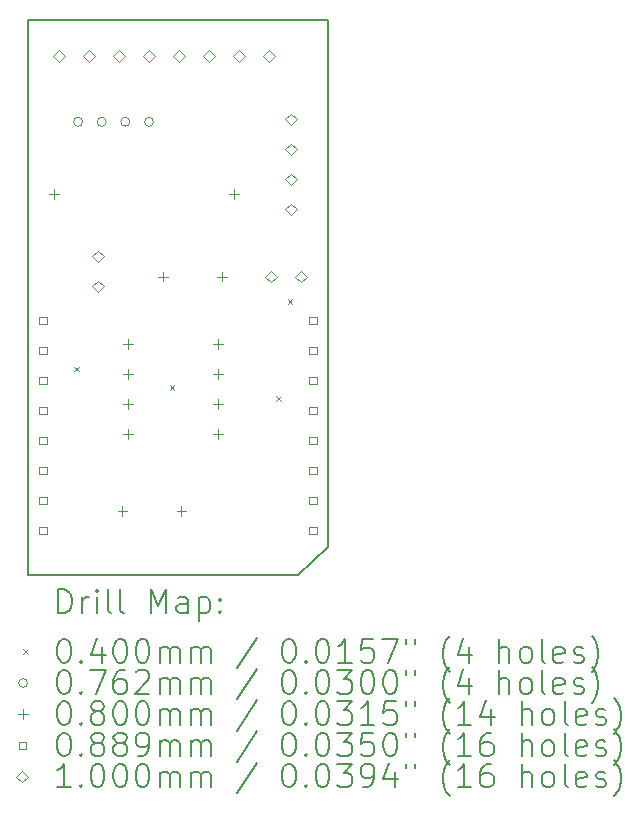
<source format=gbr>
%TF.GenerationSoftware,KiCad,Pcbnew,8.0.6*%
%TF.CreationDate,2025-01-06T22:58:19-05:00*%
%TF.ProjectId,MikroBusCAN,4d696b72-6f42-4757-9343-414e2e6b6963,rev?*%
%TF.SameCoordinates,Original*%
%TF.FileFunction,Drillmap*%
%TF.FilePolarity,Positive*%
%FSLAX45Y45*%
G04 Gerber Fmt 4.5, Leading zero omitted, Abs format (unit mm)*
G04 Created by KiCad (PCBNEW 8.0.6) date 2025-01-06 22:58:19*
%MOMM*%
%LPD*%
G01*
G04 APERTURE LIST*
%ADD10C,0.150000*%
%ADD11C,0.200000*%
%ADD12C,0.100000*%
G04 APERTURE END LIST*
D10*
X8609600Y-6405800D02*
X6069600Y-6405800D01*
X8609600Y-10866000D02*
X8609600Y-6405800D01*
X6069600Y-11105800D02*
X8355600Y-11105800D01*
X8355600Y-11105800D02*
X8609600Y-10866000D01*
X6069600Y-6405800D02*
X6069600Y-11105800D01*
D11*
D12*
X6455200Y-9338730D02*
X6495200Y-9378730D01*
X6495200Y-9338730D02*
X6455200Y-9378730D01*
X7264870Y-9497670D02*
X7304870Y-9537670D01*
X7304870Y-9497670D02*
X7264870Y-9537670D01*
X8167280Y-9589080D02*
X8207280Y-9629080D01*
X8207280Y-9589080D02*
X8167280Y-9629080D01*
X8263340Y-8765180D02*
X8303340Y-8805180D01*
X8303340Y-8765180D02*
X8263340Y-8805180D01*
X6528100Y-7265800D02*
G75*
G02*
X6451900Y-7265800I-38100J0D01*
G01*
X6451900Y-7265800D02*
G75*
G02*
X6528100Y-7265800I38100J0D01*
G01*
X6728100Y-7265800D02*
G75*
G02*
X6651900Y-7265800I-38100J0D01*
G01*
X6651900Y-7265800D02*
G75*
G02*
X6728100Y-7265800I38100J0D01*
G01*
X6928100Y-7265800D02*
G75*
G02*
X6851900Y-7265800I-38100J0D01*
G01*
X6851900Y-7265800D02*
G75*
G02*
X6928100Y-7265800I38100J0D01*
G01*
X7128100Y-7265800D02*
G75*
G02*
X7051900Y-7265800I-38100J0D01*
G01*
X7051900Y-7265800D02*
G75*
G02*
X7128100Y-7265800I38100J0D01*
G01*
X6286000Y-7835800D02*
X6286000Y-7915800D01*
X6246000Y-7875800D02*
X6326000Y-7875800D01*
X6865000Y-10520800D02*
X6865000Y-10600800D01*
X6825000Y-10560800D02*
X6905000Y-10560800D01*
X6913000Y-9105800D02*
X6913000Y-9185800D01*
X6873000Y-9145800D02*
X6953000Y-9145800D01*
X6913000Y-9359800D02*
X6913000Y-9439800D01*
X6873000Y-9399800D02*
X6953000Y-9399800D01*
X6913000Y-9613800D02*
X6913000Y-9693800D01*
X6873000Y-9653800D02*
X6953000Y-9653800D01*
X6913000Y-9867800D02*
X6913000Y-9947800D01*
X6873000Y-9907800D02*
X6953000Y-9907800D01*
X7210000Y-8535800D02*
X7210000Y-8615800D01*
X7170000Y-8575800D02*
X7250000Y-8575800D01*
X7365000Y-10520800D02*
X7365000Y-10600800D01*
X7325000Y-10560800D02*
X7405000Y-10560800D01*
X7675000Y-9105800D02*
X7675000Y-9185800D01*
X7635000Y-9145800D02*
X7715000Y-9145800D01*
X7675000Y-9359800D02*
X7675000Y-9439800D01*
X7635000Y-9399800D02*
X7715000Y-9399800D01*
X7675000Y-9613800D02*
X7675000Y-9693800D01*
X7635000Y-9653800D02*
X7715000Y-9653800D01*
X7675000Y-9867800D02*
X7675000Y-9947800D01*
X7635000Y-9907800D02*
X7715000Y-9907800D01*
X7710000Y-8535800D02*
X7710000Y-8615800D01*
X7670000Y-8575800D02*
X7750000Y-8575800D01*
X7810000Y-7835800D02*
X7810000Y-7915800D01*
X7770000Y-7875800D02*
X7850000Y-7875800D01*
X6222951Y-8977191D02*
X6222951Y-8914329D01*
X6160089Y-8914329D01*
X6160089Y-8977191D01*
X6222951Y-8977191D01*
X6222951Y-9231191D02*
X6222951Y-9168329D01*
X6160089Y-9168329D01*
X6160089Y-9231191D01*
X6222951Y-9231191D01*
X6222951Y-9485191D02*
X6222951Y-9422329D01*
X6160089Y-9422329D01*
X6160089Y-9485191D01*
X6222951Y-9485191D01*
X6222951Y-9739191D02*
X6222951Y-9676329D01*
X6160089Y-9676329D01*
X6160089Y-9739191D01*
X6222951Y-9739191D01*
X6222951Y-9993191D02*
X6222951Y-9930329D01*
X6160089Y-9930329D01*
X6160089Y-9993191D01*
X6222951Y-9993191D01*
X6222951Y-10247191D02*
X6222951Y-10184329D01*
X6160089Y-10184329D01*
X6160089Y-10247191D01*
X6222951Y-10247191D01*
X6222951Y-10501191D02*
X6222951Y-10438329D01*
X6160089Y-10438329D01*
X6160089Y-10501191D01*
X6222951Y-10501191D01*
X6222951Y-10755191D02*
X6222951Y-10692329D01*
X6160089Y-10692329D01*
X6160089Y-10755191D01*
X6222951Y-10755191D01*
X8508951Y-8977191D02*
X8508951Y-8914329D01*
X8446089Y-8914329D01*
X8446089Y-8977191D01*
X8508951Y-8977191D01*
X8508951Y-9231191D02*
X8508951Y-9168329D01*
X8446089Y-9168329D01*
X8446089Y-9231191D01*
X8508951Y-9231191D01*
X8508951Y-9485191D02*
X8508951Y-9422329D01*
X8446089Y-9422329D01*
X8446089Y-9485191D01*
X8508951Y-9485191D01*
X8508951Y-9739191D02*
X8508951Y-9676329D01*
X8446089Y-9676329D01*
X8446089Y-9739191D01*
X8508951Y-9739191D01*
X8508951Y-9993191D02*
X8508951Y-9930329D01*
X8446089Y-9930329D01*
X8446089Y-9993191D01*
X8508951Y-9993191D01*
X8508951Y-10247191D02*
X8508951Y-10184329D01*
X8446089Y-10184329D01*
X8446089Y-10247191D01*
X8508951Y-10247191D01*
X8508951Y-10501191D02*
X8508951Y-10438329D01*
X8446089Y-10438329D01*
X8446089Y-10501191D01*
X8508951Y-10501191D01*
X8508951Y-10755191D02*
X8508951Y-10692329D01*
X8446089Y-10692329D01*
X8446089Y-10755191D01*
X8508951Y-10755191D01*
X6330000Y-6755800D02*
X6380000Y-6705800D01*
X6330000Y-6655800D01*
X6280000Y-6705800D01*
X6330000Y-6755800D01*
X6584000Y-6755800D02*
X6634000Y-6705800D01*
X6584000Y-6655800D01*
X6534000Y-6705800D01*
X6584000Y-6755800D01*
X6660000Y-8455800D02*
X6710000Y-8405800D01*
X6660000Y-8355800D01*
X6610000Y-8405800D01*
X6660000Y-8455800D01*
X6660000Y-8709800D02*
X6710000Y-8659800D01*
X6660000Y-8609800D01*
X6610000Y-8659800D01*
X6660000Y-8709800D01*
X6838000Y-6755800D02*
X6888000Y-6705800D01*
X6838000Y-6655800D01*
X6788000Y-6705800D01*
X6838000Y-6755800D01*
X7092000Y-6755800D02*
X7142000Y-6705800D01*
X7092000Y-6655800D01*
X7042000Y-6705800D01*
X7092000Y-6755800D01*
X7346000Y-6755800D02*
X7396000Y-6705800D01*
X7346000Y-6655800D01*
X7296000Y-6705800D01*
X7346000Y-6755800D01*
X7600000Y-6755800D02*
X7650000Y-6705800D01*
X7600000Y-6655800D01*
X7550000Y-6705800D01*
X7600000Y-6755800D01*
X7854000Y-6755800D02*
X7904000Y-6705800D01*
X7854000Y-6655800D01*
X7804000Y-6705800D01*
X7854000Y-6755800D01*
X8108000Y-6755800D02*
X8158000Y-6705800D01*
X8108000Y-6655800D01*
X8058000Y-6705800D01*
X8108000Y-6755800D01*
X8120000Y-8625800D02*
X8170000Y-8575800D01*
X8120000Y-8525800D01*
X8070000Y-8575800D01*
X8120000Y-8625800D01*
X8290000Y-7295800D02*
X8340000Y-7245800D01*
X8290000Y-7195800D01*
X8240000Y-7245800D01*
X8290000Y-7295800D01*
X8290000Y-7549800D02*
X8340000Y-7499800D01*
X8290000Y-7449800D01*
X8240000Y-7499800D01*
X8290000Y-7549800D01*
X8290000Y-7803800D02*
X8340000Y-7753800D01*
X8290000Y-7703800D01*
X8240000Y-7753800D01*
X8290000Y-7803800D01*
X8290000Y-8057800D02*
X8340000Y-8007800D01*
X8290000Y-7957800D01*
X8240000Y-8007800D01*
X8290000Y-8057800D01*
X8374000Y-8625800D02*
X8424000Y-8575800D01*
X8374000Y-8525800D01*
X8324000Y-8575800D01*
X8374000Y-8625800D01*
D11*
X6322877Y-11424784D02*
X6322877Y-11224784D01*
X6322877Y-11224784D02*
X6370496Y-11224784D01*
X6370496Y-11224784D02*
X6399067Y-11234308D01*
X6399067Y-11234308D02*
X6418115Y-11253355D01*
X6418115Y-11253355D02*
X6427639Y-11272403D01*
X6427639Y-11272403D02*
X6437162Y-11310498D01*
X6437162Y-11310498D02*
X6437162Y-11339069D01*
X6437162Y-11339069D02*
X6427639Y-11377165D01*
X6427639Y-11377165D02*
X6418115Y-11396212D01*
X6418115Y-11396212D02*
X6399067Y-11415260D01*
X6399067Y-11415260D02*
X6370496Y-11424784D01*
X6370496Y-11424784D02*
X6322877Y-11424784D01*
X6522877Y-11424784D02*
X6522877Y-11291450D01*
X6522877Y-11329546D02*
X6532401Y-11310498D01*
X6532401Y-11310498D02*
X6541924Y-11300974D01*
X6541924Y-11300974D02*
X6560972Y-11291450D01*
X6560972Y-11291450D02*
X6580020Y-11291450D01*
X6646686Y-11424784D02*
X6646686Y-11291450D01*
X6646686Y-11224784D02*
X6637162Y-11234308D01*
X6637162Y-11234308D02*
X6646686Y-11243831D01*
X6646686Y-11243831D02*
X6656210Y-11234308D01*
X6656210Y-11234308D02*
X6646686Y-11224784D01*
X6646686Y-11224784D02*
X6646686Y-11243831D01*
X6770496Y-11424784D02*
X6751448Y-11415260D01*
X6751448Y-11415260D02*
X6741924Y-11396212D01*
X6741924Y-11396212D02*
X6741924Y-11224784D01*
X6875258Y-11424784D02*
X6856210Y-11415260D01*
X6856210Y-11415260D02*
X6846686Y-11396212D01*
X6846686Y-11396212D02*
X6846686Y-11224784D01*
X7103829Y-11424784D02*
X7103829Y-11224784D01*
X7103829Y-11224784D02*
X7170496Y-11367641D01*
X7170496Y-11367641D02*
X7237162Y-11224784D01*
X7237162Y-11224784D02*
X7237162Y-11424784D01*
X7418115Y-11424784D02*
X7418115Y-11320022D01*
X7418115Y-11320022D02*
X7408591Y-11300974D01*
X7408591Y-11300974D02*
X7389543Y-11291450D01*
X7389543Y-11291450D02*
X7351448Y-11291450D01*
X7351448Y-11291450D02*
X7332401Y-11300974D01*
X7418115Y-11415260D02*
X7399067Y-11424784D01*
X7399067Y-11424784D02*
X7351448Y-11424784D01*
X7351448Y-11424784D02*
X7332401Y-11415260D01*
X7332401Y-11415260D02*
X7322877Y-11396212D01*
X7322877Y-11396212D02*
X7322877Y-11377165D01*
X7322877Y-11377165D02*
X7332401Y-11358117D01*
X7332401Y-11358117D02*
X7351448Y-11348593D01*
X7351448Y-11348593D02*
X7399067Y-11348593D01*
X7399067Y-11348593D02*
X7418115Y-11339069D01*
X7513353Y-11291450D02*
X7513353Y-11491450D01*
X7513353Y-11300974D02*
X7532401Y-11291450D01*
X7532401Y-11291450D02*
X7570496Y-11291450D01*
X7570496Y-11291450D02*
X7589543Y-11300974D01*
X7589543Y-11300974D02*
X7599067Y-11310498D01*
X7599067Y-11310498D02*
X7608591Y-11329546D01*
X7608591Y-11329546D02*
X7608591Y-11386688D01*
X7608591Y-11386688D02*
X7599067Y-11405736D01*
X7599067Y-11405736D02*
X7589543Y-11415260D01*
X7589543Y-11415260D02*
X7570496Y-11424784D01*
X7570496Y-11424784D02*
X7532401Y-11424784D01*
X7532401Y-11424784D02*
X7513353Y-11415260D01*
X7694305Y-11405736D02*
X7703829Y-11415260D01*
X7703829Y-11415260D02*
X7694305Y-11424784D01*
X7694305Y-11424784D02*
X7684782Y-11415260D01*
X7684782Y-11415260D02*
X7694305Y-11405736D01*
X7694305Y-11405736D02*
X7694305Y-11424784D01*
X7694305Y-11300974D02*
X7703829Y-11310498D01*
X7703829Y-11310498D02*
X7694305Y-11320022D01*
X7694305Y-11320022D02*
X7684782Y-11310498D01*
X7684782Y-11310498D02*
X7694305Y-11300974D01*
X7694305Y-11300974D02*
X7694305Y-11320022D01*
D12*
X6022100Y-11733300D02*
X6062100Y-11773300D01*
X6062100Y-11733300D02*
X6022100Y-11773300D01*
D11*
X6360972Y-11644784D02*
X6380020Y-11644784D01*
X6380020Y-11644784D02*
X6399067Y-11654308D01*
X6399067Y-11654308D02*
X6408591Y-11663831D01*
X6408591Y-11663831D02*
X6418115Y-11682879D01*
X6418115Y-11682879D02*
X6427639Y-11720974D01*
X6427639Y-11720974D02*
X6427639Y-11768593D01*
X6427639Y-11768593D02*
X6418115Y-11806688D01*
X6418115Y-11806688D02*
X6408591Y-11825736D01*
X6408591Y-11825736D02*
X6399067Y-11835260D01*
X6399067Y-11835260D02*
X6380020Y-11844784D01*
X6380020Y-11844784D02*
X6360972Y-11844784D01*
X6360972Y-11844784D02*
X6341924Y-11835260D01*
X6341924Y-11835260D02*
X6332401Y-11825736D01*
X6332401Y-11825736D02*
X6322877Y-11806688D01*
X6322877Y-11806688D02*
X6313353Y-11768593D01*
X6313353Y-11768593D02*
X6313353Y-11720974D01*
X6313353Y-11720974D02*
X6322877Y-11682879D01*
X6322877Y-11682879D02*
X6332401Y-11663831D01*
X6332401Y-11663831D02*
X6341924Y-11654308D01*
X6341924Y-11654308D02*
X6360972Y-11644784D01*
X6513353Y-11825736D02*
X6522877Y-11835260D01*
X6522877Y-11835260D02*
X6513353Y-11844784D01*
X6513353Y-11844784D02*
X6503829Y-11835260D01*
X6503829Y-11835260D02*
X6513353Y-11825736D01*
X6513353Y-11825736D02*
X6513353Y-11844784D01*
X6694305Y-11711450D02*
X6694305Y-11844784D01*
X6646686Y-11635260D02*
X6599067Y-11778117D01*
X6599067Y-11778117D02*
X6722877Y-11778117D01*
X6837162Y-11644784D02*
X6856210Y-11644784D01*
X6856210Y-11644784D02*
X6875258Y-11654308D01*
X6875258Y-11654308D02*
X6884782Y-11663831D01*
X6884782Y-11663831D02*
X6894305Y-11682879D01*
X6894305Y-11682879D02*
X6903829Y-11720974D01*
X6903829Y-11720974D02*
X6903829Y-11768593D01*
X6903829Y-11768593D02*
X6894305Y-11806688D01*
X6894305Y-11806688D02*
X6884782Y-11825736D01*
X6884782Y-11825736D02*
X6875258Y-11835260D01*
X6875258Y-11835260D02*
X6856210Y-11844784D01*
X6856210Y-11844784D02*
X6837162Y-11844784D01*
X6837162Y-11844784D02*
X6818115Y-11835260D01*
X6818115Y-11835260D02*
X6808591Y-11825736D01*
X6808591Y-11825736D02*
X6799067Y-11806688D01*
X6799067Y-11806688D02*
X6789543Y-11768593D01*
X6789543Y-11768593D02*
X6789543Y-11720974D01*
X6789543Y-11720974D02*
X6799067Y-11682879D01*
X6799067Y-11682879D02*
X6808591Y-11663831D01*
X6808591Y-11663831D02*
X6818115Y-11654308D01*
X6818115Y-11654308D02*
X6837162Y-11644784D01*
X7027639Y-11644784D02*
X7046686Y-11644784D01*
X7046686Y-11644784D02*
X7065734Y-11654308D01*
X7065734Y-11654308D02*
X7075258Y-11663831D01*
X7075258Y-11663831D02*
X7084782Y-11682879D01*
X7084782Y-11682879D02*
X7094305Y-11720974D01*
X7094305Y-11720974D02*
X7094305Y-11768593D01*
X7094305Y-11768593D02*
X7084782Y-11806688D01*
X7084782Y-11806688D02*
X7075258Y-11825736D01*
X7075258Y-11825736D02*
X7065734Y-11835260D01*
X7065734Y-11835260D02*
X7046686Y-11844784D01*
X7046686Y-11844784D02*
X7027639Y-11844784D01*
X7027639Y-11844784D02*
X7008591Y-11835260D01*
X7008591Y-11835260D02*
X6999067Y-11825736D01*
X6999067Y-11825736D02*
X6989543Y-11806688D01*
X6989543Y-11806688D02*
X6980020Y-11768593D01*
X6980020Y-11768593D02*
X6980020Y-11720974D01*
X6980020Y-11720974D02*
X6989543Y-11682879D01*
X6989543Y-11682879D02*
X6999067Y-11663831D01*
X6999067Y-11663831D02*
X7008591Y-11654308D01*
X7008591Y-11654308D02*
X7027639Y-11644784D01*
X7180020Y-11844784D02*
X7180020Y-11711450D01*
X7180020Y-11730498D02*
X7189543Y-11720974D01*
X7189543Y-11720974D02*
X7208591Y-11711450D01*
X7208591Y-11711450D02*
X7237163Y-11711450D01*
X7237163Y-11711450D02*
X7256210Y-11720974D01*
X7256210Y-11720974D02*
X7265734Y-11740022D01*
X7265734Y-11740022D02*
X7265734Y-11844784D01*
X7265734Y-11740022D02*
X7275258Y-11720974D01*
X7275258Y-11720974D02*
X7294305Y-11711450D01*
X7294305Y-11711450D02*
X7322877Y-11711450D01*
X7322877Y-11711450D02*
X7341924Y-11720974D01*
X7341924Y-11720974D02*
X7351448Y-11740022D01*
X7351448Y-11740022D02*
X7351448Y-11844784D01*
X7446686Y-11844784D02*
X7446686Y-11711450D01*
X7446686Y-11730498D02*
X7456210Y-11720974D01*
X7456210Y-11720974D02*
X7475258Y-11711450D01*
X7475258Y-11711450D02*
X7503829Y-11711450D01*
X7503829Y-11711450D02*
X7522877Y-11720974D01*
X7522877Y-11720974D02*
X7532401Y-11740022D01*
X7532401Y-11740022D02*
X7532401Y-11844784D01*
X7532401Y-11740022D02*
X7541924Y-11720974D01*
X7541924Y-11720974D02*
X7560972Y-11711450D01*
X7560972Y-11711450D02*
X7589543Y-11711450D01*
X7589543Y-11711450D02*
X7608591Y-11720974D01*
X7608591Y-11720974D02*
X7618115Y-11740022D01*
X7618115Y-11740022D02*
X7618115Y-11844784D01*
X8008591Y-11635260D02*
X7837163Y-11892403D01*
X8265734Y-11644784D02*
X8284782Y-11644784D01*
X8284782Y-11644784D02*
X8303829Y-11654308D01*
X8303829Y-11654308D02*
X8313353Y-11663831D01*
X8313353Y-11663831D02*
X8322877Y-11682879D01*
X8322877Y-11682879D02*
X8332401Y-11720974D01*
X8332401Y-11720974D02*
X8332401Y-11768593D01*
X8332401Y-11768593D02*
X8322877Y-11806688D01*
X8322877Y-11806688D02*
X8313353Y-11825736D01*
X8313353Y-11825736D02*
X8303829Y-11835260D01*
X8303829Y-11835260D02*
X8284782Y-11844784D01*
X8284782Y-11844784D02*
X8265734Y-11844784D01*
X8265734Y-11844784D02*
X8246686Y-11835260D01*
X8246686Y-11835260D02*
X8237163Y-11825736D01*
X8237163Y-11825736D02*
X8227639Y-11806688D01*
X8227639Y-11806688D02*
X8218115Y-11768593D01*
X8218115Y-11768593D02*
X8218115Y-11720974D01*
X8218115Y-11720974D02*
X8227639Y-11682879D01*
X8227639Y-11682879D02*
X8237163Y-11663831D01*
X8237163Y-11663831D02*
X8246686Y-11654308D01*
X8246686Y-11654308D02*
X8265734Y-11644784D01*
X8418115Y-11825736D02*
X8427639Y-11835260D01*
X8427639Y-11835260D02*
X8418115Y-11844784D01*
X8418115Y-11844784D02*
X8408591Y-11835260D01*
X8408591Y-11835260D02*
X8418115Y-11825736D01*
X8418115Y-11825736D02*
X8418115Y-11844784D01*
X8551448Y-11644784D02*
X8570496Y-11644784D01*
X8570496Y-11644784D02*
X8589544Y-11654308D01*
X8589544Y-11654308D02*
X8599068Y-11663831D01*
X8599068Y-11663831D02*
X8608591Y-11682879D01*
X8608591Y-11682879D02*
X8618115Y-11720974D01*
X8618115Y-11720974D02*
X8618115Y-11768593D01*
X8618115Y-11768593D02*
X8608591Y-11806688D01*
X8608591Y-11806688D02*
X8599068Y-11825736D01*
X8599068Y-11825736D02*
X8589544Y-11835260D01*
X8589544Y-11835260D02*
X8570496Y-11844784D01*
X8570496Y-11844784D02*
X8551448Y-11844784D01*
X8551448Y-11844784D02*
X8532401Y-11835260D01*
X8532401Y-11835260D02*
X8522877Y-11825736D01*
X8522877Y-11825736D02*
X8513353Y-11806688D01*
X8513353Y-11806688D02*
X8503829Y-11768593D01*
X8503829Y-11768593D02*
X8503829Y-11720974D01*
X8503829Y-11720974D02*
X8513353Y-11682879D01*
X8513353Y-11682879D02*
X8522877Y-11663831D01*
X8522877Y-11663831D02*
X8532401Y-11654308D01*
X8532401Y-11654308D02*
X8551448Y-11644784D01*
X8808591Y-11844784D02*
X8694306Y-11844784D01*
X8751448Y-11844784D02*
X8751448Y-11644784D01*
X8751448Y-11644784D02*
X8732401Y-11673355D01*
X8732401Y-11673355D02*
X8713353Y-11692403D01*
X8713353Y-11692403D02*
X8694306Y-11701927D01*
X8989544Y-11644784D02*
X8894306Y-11644784D01*
X8894306Y-11644784D02*
X8884782Y-11740022D01*
X8884782Y-11740022D02*
X8894306Y-11730498D01*
X8894306Y-11730498D02*
X8913353Y-11720974D01*
X8913353Y-11720974D02*
X8960972Y-11720974D01*
X8960972Y-11720974D02*
X8980020Y-11730498D01*
X8980020Y-11730498D02*
X8989544Y-11740022D01*
X8989544Y-11740022D02*
X8999068Y-11759069D01*
X8999068Y-11759069D02*
X8999068Y-11806688D01*
X8999068Y-11806688D02*
X8989544Y-11825736D01*
X8989544Y-11825736D02*
X8980020Y-11835260D01*
X8980020Y-11835260D02*
X8960972Y-11844784D01*
X8960972Y-11844784D02*
X8913353Y-11844784D01*
X8913353Y-11844784D02*
X8894306Y-11835260D01*
X8894306Y-11835260D02*
X8884782Y-11825736D01*
X9065734Y-11644784D02*
X9199068Y-11644784D01*
X9199068Y-11644784D02*
X9113353Y-11844784D01*
X9265734Y-11644784D02*
X9265734Y-11682879D01*
X9341925Y-11644784D02*
X9341925Y-11682879D01*
X9637163Y-11920974D02*
X9627639Y-11911450D01*
X9627639Y-11911450D02*
X9608591Y-11882879D01*
X9608591Y-11882879D02*
X9599068Y-11863831D01*
X9599068Y-11863831D02*
X9589544Y-11835260D01*
X9589544Y-11835260D02*
X9580020Y-11787641D01*
X9580020Y-11787641D02*
X9580020Y-11749546D01*
X9580020Y-11749546D02*
X9589544Y-11701927D01*
X9589544Y-11701927D02*
X9599068Y-11673355D01*
X9599068Y-11673355D02*
X9608591Y-11654308D01*
X9608591Y-11654308D02*
X9627639Y-11625736D01*
X9627639Y-11625736D02*
X9637163Y-11616212D01*
X9799068Y-11711450D02*
X9799068Y-11844784D01*
X9751449Y-11635260D02*
X9703830Y-11778117D01*
X9703830Y-11778117D02*
X9827639Y-11778117D01*
X10056211Y-11844784D02*
X10056211Y-11644784D01*
X10141925Y-11844784D02*
X10141925Y-11740022D01*
X10141925Y-11740022D02*
X10132401Y-11720974D01*
X10132401Y-11720974D02*
X10113353Y-11711450D01*
X10113353Y-11711450D02*
X10084782Y-11711450D01*
X10084782Y-11711450D02*
X10065734Y-11720974D01*
X10065734Y-11720974D02*
X10056211Y-11730498D01*
X10265734Y-11844784D02*
X10246687Y-11835260D01*
X10246687Y-11835260D02*
X10237163Y-11825736D01*
X10237163Y-11825736D02*
X10227639Y-11806688D01*
X10227639Y-11806688D02*
X10227639Y-11749546D01*
X10227639Y-11749546D02*
X10237163Y-11730498D01*
X10237163Y-11730498D02*
X10246687Y-11720974D01*
X10246687Y-11720974D02*
X10265734Y-11711450D01*
X10265734Y-11711450D02*
X10294306Y-11711450D01*
X10294306Y-11711450D02*
X10313353Y-11720974D01*
X10313353Y-11720974D02*
X10322877Y-11730498D01*
X10322877Y-11730498D02*
X10332401Y-11749546D01*
X10332401Y-11749546D02*
X10332401Y-11806688D01*
X10332401Y-11806688D02*
X10322877Y-11825736D01*
X10322877Y-11825736D02*
X10313353Y-11835260D01*
X10313353Y-11835260D02*
X10294306Y-11844784D01*
X10294306Y-11844784D02*
X10265734Y-11844784D01*
X10446687Y-11844784D02*
X10427639Y-11835260D01*
X10427639Y-11835260D02*
X10418115Y-11816212D01*
X10418115Y-11816212D02*
X10418115Y-11644784D01*
X10599068Y-11835260D02*
X10580020Y-11844784D01*
X10580020Y-11844784D02*
X10541925Y-11844784D01*
X10541925Y-11844784D02*
X10522877Y-11835260D01*
X10522877Y-11835260D02*
X10513353Y-11816212D01*
X10513353Y-11816212D02*
X10513353Y-11740022D01*
X10513353Y-11740022D02*
X10522877Y-11720974D01*
X10522877Y-11720974D02*
X10541925Y-11711450D01*
X10541925Y-11711450D02*
X10580020Y-11711450D01*
X10580020Y-11711450D02*
X10599068Y-11720974D01*
X10599068Y-11720974D02*
X10608592Y-11740022D01*
X10608592Y-11740022D02*
X10608592Y-11759069D01*
X10608592Y-11759069D02*
X10513353Y-11778117D01*
X10684782Y-11835260D02*
X10703830Y-11844784D01*
X10703830Y-11844784D02*
X10741925Y-11844784D01*
X10741925Y-11844784D02*
X10760973Y-11835260D01*
X10760973Y-11835260D02*
X10770496Y-11816212D01*
X10770496Y-11816212D02*
X10770496Y-11806688D01*
X10770496Y-11806688D02*
X10760973Y-11787641D01*
X10760973Y-11787641D02*
X10741925Y-11778117D01*
X10741925Y-11778117D02*
X10713353Y-11778117D01*
X10713353Y-11778117D02*
X10694306Y-11768593D01*
X10694306Y-11768593D02*
X10684782Y-11749546D01*
X10684782Y-11749546D02*
X10684782Y-11740022D01*
X10684782Y-11740022D02*
X10694306Y-11720974D01*
X10694306Y-11720974D02*
X10713353Y-11711450D01*
X10713353Y-11711450D02*
X10741925Y-11711450D01*
X10741925Y-11711450D02*
X10760973Y-11720974D01*
X10837163Y-11920974D02*
X10846687Y-11911450D01*
X10846687Y-11911450D02*
X10865734Y-11882879D01*
X10865734Y-11882879D02*
X10875258Y-11863831D01*
X10875258Y-11863831D02*
X10884782Y-11835260D01*
X10884782Y-11835260D02*
X10894306Y-11787641D01*
X10894306Y-11787641D02*
X10894306Y-11749546D01*
X10894306Y-11749546D02*
X10884782Y-11701927D01*
X10884782Y-11701927D02*
X10875258Y-11673355D01*
X10875258Y-11673355D02*
X10865734Y-11654308D01*
X10865734Y-11654308D02*
X10846687Y-11625736D01*
X10846687Y-11625736D02*
X10837163Y-11616212D01*
D12*
X6062100Y-12017300D02*
G75*
G02*
X5985900Y-12017300I-38100J0D01*
G01*
X5985900Y-12017300D02*
G75*
G02*
X6062100Y-12017300I38100J0D01*
G01*
D11*
X6360972Y-11908784D02*
X6380020Y-11908784D01*
X6380020Y-11908784D02*
X6399067Y-11918308D01*
X6399067Y-11918308D02*
X6408591Y-11927831D01*
X6408591Y-11927831D02*
X6418115Y-11946879D01*
X6418115Y-11946879D02*
X6427639Y-11984974D01*
X6427639Y-11984974D02*
X6427639Y-12032593D01*
X6427639Y-12032593D02*
X6418115Y-12070688D01*
X6418115Y-12070688D02*
X6408591Y-12089736D01*
X6408591Y-12089736D02*
X6399067Y-12099260D01*
X6399067Y-12099260D02*
X6380020Y-12108784D01*
X6380020Y-12108784D02*
X6360972Y-12108784D01*
X6360972Y-12108784D02*
X6341924Y-12099260D01*
X6341924Y-12099260D02*
X6332401Y-12089736D01*
X6332401Y-12089736D02*
X6322877Y-12070688D01*
X6322877Y-12070688D02*
X6313353Y-12032593D01*
X6313353Y-12032593D02*
X6313353Y-11984974D01*
X6313353Y-11984974D02*
X6322877Y-11946879D01*
X6322877Y-11946879D02*
X6332401Y-11927831D01*
X6332401Y-11927831D02*
X6341924Y-11918308D01*
X6341924Y-11918308D02*
X6360972Y-11908784D01*
X6513353Y-12089736D02*
X6522877Y-12099260D01*
X6522877Y-12099260D02*
X6513353Y-12108784D01*
X6513353Y-12108784D02*
X6503829Y-12099260D01*
X6503829Y-12099260D02*
X6513353Y-12089736D01*
X6513353Y-12089736D02*
X6513353Y-12108784D01*
X6589543Y-11908784D02*
X6722877Y-11908784D01*
X6722877Y-11908784D02*
X6637162Y-12108784D01*
X6884782Y-11908784D02*
X6846686Y-11908784D01*
X6846686Y-11908784D02*
X6827639Y-11918308D01*
X6827639Y-11918308D02*
X6818115Y-11927831D01*
X6818115Y-11927831D02*
X6799067Y-11956403D01*
X6799067Y-11956403D02*
X6789543Y-11994498D01*
X6789543Y-11994498D02*
X6789543Y-12070688D01*
X6789543Y-12070688D02*
X6799067Y-12089736D01*
X6799067Y-12089736D02*
X6808591Y-12099260D01*
X6808591Y-12099260D02*
X6827639Y-12108784D01*
X6827639Y-12108784D02*
X6865734Y-12108784D01*
X6865734Y-12108784D02*
X6884782Y-12099260D01*
X6884782Y-12099260D02*
X6894305Y-12089736D01*
X6894305Y-12089736D02*
X6903829Y-12070688D01*
X6903829Y-12070688D02*
X6903829Y-12023069D01*
X6903829Y-12023069D02*
X6894305Y-12004022D01*
X6894305Y-12004022D02*
X6884782Y-11994498D01*
X6884782Y-11994498D02*
X6865734Y-11984974D01*
X6865734Y-11984974D02*
X6827639Y-11984974D01*
X6827639Y-11984974D02*
X6808591Y-11994498D01*
X6808591Y-11994498D02*
X6799067Y-12004022D01*
X6799067Y-12004022D02*
X6789543Y-12023069D01*
X6980020Y-11927831D02*
X6989543Y-11918308D01*
X6989543Y-11918308D02*
X7008591Y-11908784D01*
X7008591Y-11908784D02*
X7056210Y-11908784D01*
X7056210Y-11908784D02*
X7075258Y-11918308D01*
X7075258Y-11918308D02*
X7084782Y-11927831D01*
X7084782Y-11927831D02*
X7094305Y-11946879D01*
X7094305Y-11946879D02*
X7094305Y-11965927D01*
X7094305Y-11965927D02*
X7084782Y-11994498D01*
X7084782Y-11994498D02*
X6970496Y-12108784D01*
X6970496Y-12108784D02*
X7094305Y-12108784D01*
X7180020Y-12108784D02*
X7180020Y-11975450D01*
X7180020Y-11994498D02*
X7189543Y-11984974D01*
X7189543Y-11984974D02*
X7208591Y-11975450D01*
X7208591Y-11975450D02*
X7237163Y-11975450D01*
X7237163Y-11975450D02*
X7256210Y-11984974D01*
X7256210Y-11984974D02*
X7265734Y-12004022D01*
X7265734Y-12004022D02*
X7265734Y-12108784D01*
X7265734Y-12004022D02*
X7275258Y-11984974D01*
X7275258Y-11984974D02*
X7294305Y-11975450D01*
X7294305Y-11975450D02*
X7322877Y-11975450D01*
X7322877Y-11975450D02*
X7341924Y-11984974D01*
X7341924Y-11984974D02*
X7351448Y-12004022D01*
X7351448Y-12004022D02*
X7351448Y-12108784D01*
X7446686Y-12108784D02*
X7446686Y-11975450D01*
X7446686Y-11994498D02*
X7456210Y-11984974D01*
X7456210Y-11984974D02*
X7475258Y-11975450D01*
X7475258Y-11975450D02*
X7503829Y-11975450D01*
X7503829Y-11975450D02*
X7522877Y-11984974D01*
X7522877Y-11984974D02*
X7532401Y-12004022D01*
X7532401Y-12004022D02*
X7532401Y-12108784D01*
X7532401Y-12004022D02*
X7541924Y-11984974D01*
X7541924Y-11984974D02*
X7560972Y-11975450D01*
X7560972Y-11975450D02*
X7589543Y-11975450D01*
X7589543Y-11975450D02*
X7608591Y-11984974D01*
X7608591Y-11984974D02*
X7618115Y-12004022D01*
X7618115Y-12004022D02*
X7618115Y-12108784D01*
X8008591Y-11899260D02*
X7837163Y-12156403D01*
X8265734Y-11908784D02*
X8284782Y-11908784D01*
X8284782Y-11908784D02*
X8303829Y-11918308D01*
X8303829Y-11918308D02*
X8313353Y-11927831D01*
X8313353Y-11927831D02*
X8322877Y-11946879D01*
X8322877Y-11946879D02*
X8332401Y-11984974D01*
X8332401Y-11984974D02*
X8332401Y-12032593D01*
X8332401Y-12032593D02*
X8322877Y-12070688D01*
X8322877Y-12070688D02*
X8313353Y-12089736D01*
X8313353Y-12089736D02*
X8303829Y-12099260D01*
X8303829Y-12099260D02*
X8284782Y-12108784D01*
X8284782Y-12108784D02*
X8265734Y-12108784D01*
X8265734Y-12108784D02*
X8246686Y-12099260D01*
X8246686Y-12099260D02*
X8237163Y-12089736D01*
X8237163Y-12089736D02*
X8227639Y-12070688D01*
X8227639Y-12070688D02*
X8218115Y-12032593D01*
X8218115Y-12032593D02*
X8218115Y-11984974D01*
X8218115Y-11984974D02*
X8227639Y-11946879D01*
X8227639Y-11946879D02*
X8237163Y-11927831D01*
X8237163Y-11927831D02*
X8246686Y-11918308D01*
X8246686Y-11918308D02*
X8265734Y-11908784D01*
X8418115Y-12089736D02*
X8427639Y-12099260D01*
X8427639Y-12099260D02*
X8418115Y-12108784D01*
X8418115Y-12108784D02*
X8408591Y-12099260D01*
X8408591Y-12099260D02*
X8418115Y-12089736D01*
X8418115Y-12089736D02*
X8418115Y-12108784D01*
X8551448Y-11908784D02*
X8570496Y-11908784D01*
X8570496Y-11908784D02*
X8589544Y-11918308D01*
X8589544Y-11918308D02*
X8599068Y-11927831D01*
X8599068Y-11927831D02*
X8608591Y-11946879D01*
X8608591Y-11946879D02*
X8618115Y-11984974D01*
X8618115Y-11984974D02*
X8618115Y-12032593D01*
X8618115Y-12032593D02*
X8608591Y-12070688D01*
X8608591Y-12070688D02*
X8599068Y-12089736D01*
X8599068Y-12089736D02*
X8589544Y-12099260D01*
X8589544Y-12099260D02*
X8570496Y-12108784D01*
X8570496Y-12108784D02*
X8551448Y-12108784D01*
X8551448Y-12108784D02*
X8532401Y-12099260D01*
X8532401Y-12099260D02*
X8522877Y-12089736D01*
X8522877Y-12089736D02*
X8513353Y-12070688D01*
X8513353Y-12070688D02*
X8503829Y-12032593D01*
X8503829Y-12032593D02*
X8503829Y-11984974D01*
X8503829Y-11984974D02*
X8513353Y-11946879D01*
X8513353Y-11946879D02*
X8522877Y-11927831D01*
X8522877Y-11927831D02*
X8532401Y-11918308D01*
X8532401Y-11918308D02*
X8551448Y-11908784D01*
X8684782Y-11908784D02*
X8808591Y-11908784D01*
X8808591Y-11908784D02*
X8741925Y-11984974D01*
X8741925Y-11984974D02*
X8770496Y-11984974D01*
X8770496Y-11984974D02*
X8789544Y-11994498D01*
X8789544Y-11994498D02*
X8799068Y-12004022D01*
X8799068Y-12004022D02*
X8808591Y-12023069D01*
X8808591Y-12023069D02*
X8808591Y-12070688D01*
X8808591Y-12070688D02*
X8799068Y-12089736D01*
X8799068Y-12089736D02*
X8789544Y-12099260D01*
X8789544Y-12099260D02*
X8770496Y-12108784D01*
X8770496Y-12108784D02*
X8713353Y-12108784D01*
X8713353Y-12108784D02*
X8694306Y-12099260D01*
X8694306Y-12099260D02*
X8684782Y-12089736D01*
X8932401Y-11908784D02*
X8951449Y-11908784D01*
X8951449Y-11908784D02*
X8970496Y-11918308D01*
X8970496Y-11918308D02*
X8980020Y-11927831D01*
X8980020Y-11927831D02*
X8989544Y-11946879D01*
X8989544Y-11946879D02*
X8999068Y-11984974D01*
X8999068Y-11984974D02*
X8999068Y-12032593D01*
X8999068Y-12032593D02*
X8989544Y-12070688D01*
X8989544Y-12070688D02*
X8980020Y-12089736D01*
X8980020Y-12089736D02*
X8970496Y-12099260D01*
X8970496Y-12099260D02*
X8951449Y-12108784D01*
X8951449Y-12108784D02*
X8932401Y-12108784D01*
X8932401Y-12108784D02*
X8913353Y-12099260D01*
X8913353Y-12099260D02*
X8903829Y-12089736D01*
X8903829Y-12089736D02*
X8894306Y-12070688D01*
X8894306Y-12070688D02*
X8884782Y-12032593D01*
X8884782Y-12032593D02*
X8884782Y-11984974D01*
X8884782Y-11984974D02*
X8894306Y-11946879D01*
X8894306Y-11946879D02*
X8903829Y-11927831D01*
X8903829Y-11927831D02*
X8913353Y-11918308D01*
X8913353Y-11918308D02*
X8932401Y-11908784D01*
X9122877Y-11908784D02*
X9141925Y-11908784D01*
X9141925Y-11908784D02*
X9160972Y-11918308D01*
X9160972Y-11918308D02*
X9170496Y-11927831D01*
X9170496Y-11927831D02*
X9180020Y-11946879D01*
X9180020Y-11946879D02*
X9189544Y-11984974D01*
X9189544Y-11984974D02*
X9189544Y-12032593D01*
X9189544Y-12032593D02*
X9180020Y-12070688D01*
X9180020Y-12070688D02*
X9170496Y-12089736D01*
X9170496Y-12089736D02*
X9160972Y-12099260D01*
X9160972Y-12099260D02*
X9141925Y-12108784D01*
X9141925Y-12108784D02*
X9122877Y-12108784D01*
X9122877Y-12108784D02*
X9103829Y-12099260D01*
X9103829Y-12099260D02*
X9094306Y-12089736D01*
X9094306Y-12089736D02*
X9084782Y-12070688D01*
X9084782Y-12070688D02*
X9075258Y-12032593D01*
X9075258Y-12032593D02*
X9075258Y-11984974D01*
X9075258Y-11984974D02*
X9084782Y-11946879D01*
X9084782Y-11946879D02*
X9094306Y-11927831D01*
X9094306Y-11927831D02*
X9103829Y-11918308D01*
X9103829Y-11918308D02*
X9122877Y-11908784D01*
X9265734Y-11908784D02*
X9265734Y-11946879D01*
X9341925Y-11908784D02*
X9341925Y-11946879D01*
X9637163Y-12184974D02*
X9627639Y-12175450D01*
X9627639Y-12175450D02*
X9608591Y-12146879D01*
X9608591Y-12146879D02*
X9599068Y-12127831D01*
X9599068Y-12127831D02*
X9589544Y-12099260D01*
X9589544Y-12099260D02*
X9580020Y-12051641D01*
X9580020Y-12051641D02*
X9580020Y-12013546D01*
X9580020Y-12013546D02*
X9589544Y-11965927D01*
X9589544Y-11965927D02*
X9599068Y-11937355D01*
X9599068Y-11937355D02*
X9608591Y-11918308D01*
X9608591Y-11918308D02*
X9627639Y-11889736D01*
X9627639Y-11889736D02*
X9637163Y-11880212D01*
X9799068Y-11975450D02*
X9799068Y-12108784D01*
X9751449Y-11899260D02*
X9703830Y-12042117D01*
X9703830Y-12042117D02*
X9827639Y-12042117D01*
X10056211Y-12108784D02*
X10056211Y-11908784D01*
X10141925Y-12108784D02*
X10141925Y-12004022D01*
X10141925Y-12004022D02*
X10132401Y-11984974D01*
X10132401Y-11984974D02*
X10113353Y-11975450D01*
X10113353Y-11975450D02*
X10084782Y-11975450D01*
X10084782Y-11975450D02*
X10065734Y-11984974D01*
X10065734Y-11984974D02*
X10056211Y-11994498D01*
X10265734Y-12108784D02*
X10246687Y-12099260D01*
X10246687Y-12099260D02*
X10237163Y-12089736D01*
X10237163Y-12089736D02*
X10227639Y-12070688D01*
X10227639Y-12070688D02*
X10227639Y-12013546D01*
X10227639Y-12013546D02*
X10237163Y-11994498D01*
X10237163Y-11994498D02*
X10246687Y-11984974D01*
X10246687Y-11984974D02*
X10265734Y-11975450D01*
X10265734Y-11975450D02*
X10294306Y-11975450D01*
X10294306Y-11975450D02*
X10313353Y-11984974D01*
X10313353Y-11984974D02*
X10322877Y-11994498D01*
X10322877Y-11994498D02*
X10332401Y-12013546D01*
X10332401Y-12013546D02*
X10332401Y-12070688D01*
X10332401Y-12070688D02*
X10322877Y-12089736D01*
X10322877Y-12089736D02*
X10313353Y-12099260D01*
X10313353Y-12099260D02*
X10294306Y-12108784D01*
X10294306Y-12108784D02*
X10265734Y-12108784D01*
X10446687Y-12108784D02*
X10427639Y-12099260D01*
X10427639Y-12099260D02*
X10418115Y-12080212D01*
X10418115Y-12080212D02*
X10418115Y-11908784D01*
X10599068Y-12099260D02*
X10580020Y-12108784D01*
X10580020Y-12108784D02*
X10541925Y-12108784D01*
X10541925Y-12108784D02*
X10522877Y-12099260D01*
X10522877Y-12099260D02*
X10513353Y-12080212D01*
X10513353Y-12080212D02*
X10513353Y-12004022D01*
X10513353Y-12004022D02*
X10522877Y-11984974D01*
X10522877Y-11984974D02*
X10541925Y-11975450D01*
X10541925Y-11975450D02*
X10580020Y-11975450D01*
X10580020Y-11975450D02*
X10599068Y-11984974D01*
X10599068Y-11984974D02*
X10608592Y-12004022D01*
X10608592Y-12004022D02*
X10608592Y-12023069D01*
X10608592Y-12023069D02*
X10513353Y-12042117D01*
X10684782Y-12099260D02*
X10703830Y-12108784D01*
X10703830Y-12108784D02*
X10741925Y-12108784D01*
X10741925Y-12108784D02*
X10760973Y-12099260D01*
X10760973Y-12099260D02*
X10770496Y-12080212D01*
X10770496Y-12080212D02*
X10770496Y-12070688D01*
X10770496Y-12070688D02*
X10760973Y-12051641D01*
X10760973Y-12051641D02*
X10741925Y-12042117D01*
X10741925Y-12042117D02*
X10713353Y-12042117D01*
X10713353Y-12042117D02*
X10694306Y-12032593D01*
X10694306Y-12032593D02*
X10684782Y-12013546D01*
X10684782Y-12013546D02*
X10684782Y-12004022D01*
X10684782Y-12004022D02*
X10694306Y-11984974D01*
X10694306Y-11984974D02*
X10713353Y-11975450D01*
X10713353Y-11975450D02*
X10741925Y-11975450D01*
X10741925Y-11975450D02*
X10760973Y-11984974D01*
X10837163Y-12184974D02*
X10846687Y-12175450D01*
X10846687Y-12175450D02*
X10865734Y-12146879D01*
X10865734Y-12146879D02*
X10875258Y-12127831D01*
X10875258Y-12127831D02*
X10884782Y-12099260D01*
X10884782Y-12099260D02*
X10894306Y-12051641D01*
X10894306Y-12051641D02*
X10894306Y-12013546D01*
X10894306Y-12013546D02*
X10884782Y-11965927D01*
X10884782Y-11965927D02*
X10875258Y-11937355D01*
X10875258Y-11937355D02*
X10865734Y-11918308D01*
X10865734Y-11918308D02*
X10846687Y-11889736D01*
X10846687Y-11889736D02*
X10837163Y-11880212D01*
D12*
X6022100Y-12241300D02*
X6022100Y-12321300D01*
X5982100Y-12281300D02*
X6062100Y-12281300D01*
D11*
X6360972Y-12172784D02*
X6380020Y-12172784D01*
X6380020Y-12172784D02*
X6399067Y-12182308D01*
X6399067Y-12182308D02*
X6408591Y-12191831D01*
X6408591Y-12191831D02*
X6418115Y-12210879D01*
X6418115Y-12210879D02*
X6427639Y-12248974D01*
X6427639Y-12248974D02*
X6427639Y-12296593D01*
X6427639Y-12296593D02*
X6418115Y-12334688D01*
X6418115Y-12334688D02*
X6408591Y-12353736D01*
X6408591Y-12353736D02*
X6399067Y-12363260D01*
X6399067Y-12363260D02*
X6380020Y-12372784D01*
X6380020Y-12372784D02*
X6360972Y-12372784D01*
X6360972Y-12372784D02*
X6341924Y-12363260D01*
X6341924Y-12363260D02*
X6332401Y-12353736D01*
X6332401Y-12353736D02*
X6322877Y-12334688D01*
X6322877Y-12334688D02*
X6313353Y-12296593D01*
X6313353Y-12296593D02*
X6313353Y-12248974D01*
X6313353Y-12248974D02*
X6322877Y-12210879D01*
X6322877Y-12210879D02*
X6332401Y-12191831D01*
X6332401Y-12191831D02*
X6341924Y-12182308D01*
X6341924Y-12182308D02*
X6360972Y-12172784D01*
X6513353Y-12353736D02*
X6522877Y-12363260D01*
X6522877Y-12363260D02*
X6513353Y-12372784D01*
X6513353Y-12372784D02*
X6503829Y-12363260D01*
X6503829Y-12363260D02*
X6513353Y-12353736D01*
X6513353Y-12353736D02*
X6513353Y-12372784D01*
X6637162Y-12258498D02*
X6618115Y-12248974D01*
X6618115Y-12248974D02*
X6608591Y-12239450D01*
X6608591Y-12239450D02*
X6599067Y-12220403D01*
X6599067Y-12220403D02*
X6599067Y-12210879D01*
X6599067Y-12210879D02*
X6608591Y-12191831D01*
X6608591Y-12191831D02*
X6618115Y-12182308D01*
X6618115Y-12182308D02*
X6637162Y-12172784D01*
X6637162Y-12172784D02*
X6675258Y-12172784D01*
X6675258Y-12172784D02*
X6694305Y-12182308D01*
X6694305Y-12182308D02*
X6703829Y-12191831D01*
X6703829Y-12191831D02*
X6713353Y-12210879D01*
X6713353Y-12210879D02*
X6713353Y-12220403D01*
X6713353Y-12220403D02*
X6703829Y-12239450D01*
X6703829Y-12239450D02*
X6694305Y-12248974D01*
X6694305Y-12248974D02*
X6675258Y-12258498D01*
X6675258Y-12258498D02*
X6637162Y-12258498D01*
X6637162Y-12258498D02*
X6618115Y-12268022D01*
X6618115Y-12268022D02*
X6608591Y-12277546D01*
X6608591Y-12277546D02*
X6599067Y-12296593D01*
X6599067Y-12296593D02*
X6599067Y-12334688D01*
X6599067Y-12334688D02*
X6608591Y-12353736D01*
X6608591Y-12353736D02*
X6618115Y-12363260D01*
X6618115Y-12363260D02*
X6637162Y-12372784D01*
X6637162Y-12372784D02*
X6675258Y-12372784D01*
X6675258Y-12372784D02*
X6694305Y-12363260D01*
X6694305Y-12363260D02*
X6703829Y-12353736D01*
X6703829Y-12353736D02*
X6713353Y-12334688D01*
X6713353Y-12334688D02*
X6713353Y-12296593D01*
X6713353Y-12296593D02*
X6703829Y-12277546D01*
X6703829Y-12277546D02*
X6694305Y-12268022D01*
X6694305Y-12268022D02*
X6675258Y-12258498D01*
X6837162Y-12172784D02*
X6856210Y-12172784D01*
X6856210Y-12172784D02*
X6875258Y-12182308D01*
X6875258Y-12182308D02*
X6884782Y-12191831D01*
X6884782Y-12191831D02*
X6894305Y-12210879D01*
X6894305Y-12210879D02*
X6903829Y-12248974D01*
X6903829Y-12248974D02*
X6903829Y-12296593D01*
X6903829Y-12296593D02*
X6894305Y-12334688D01*
X6894305Y-12334688D02*
X6884782Y-12353736D01*
X6884782Y-12353736D02*
X6875258Y-12363260D01*
X6875258Y-12363260D02*
X6856210Y-12372784D01*
X6856210Y-12372784D02*
X6837162Y-12372784D01*
X6837162Y-12372784D02*
X6818115Y-12363260D01*
X6818115Y-12363260D02*
X6808591Y-12353736D01*
X6808591Y-12353736D02*
X6799067Y-12334688D01*
X6799067Y-12334688D02*
X6789543Y-12296593D01*
X6789543Y-12296593D02*
X6789543Y-12248974D01*
X6789543Y-12248974D02*
X6799067Y-12210879D01*
X6799067Y-12210879D02*
X6808591Y-12191831D01*
X6808591Y-12191831D02*
X6818115Y-12182308D01*
X6818115Y-12182308D02*
X6837162Y-12172784D01*
X7027639Y-12172784D02*
X7046686Y-12172784D01*
X7046686Y-12172784D02*
X7065734Y-12182308D01*
X7065734Y-12182308D02*
X7075258Y-12191831D01*
X7075258Y-12191831D02*
X7084782Y-12210879D01*
X7084782Y-12210879D02*
X7094305Y-12248974D01*
X7094305Y-12248974D02*
X7094305Y-12296593D01*
X7094305Y-12296593D02*
X7084782Y-12334688D01*
X7084782Y-12334688D02*
X7075258Y-12353736D01*
X7075258Y-12353736D02*
X7065734Y-12363260D01*
X7065734Y-12363260D02*
X7046686Y-12372784D01*
X7046686Y-12372784D02*
X7027639Y-12372784D01*
X7027639Y-12372784D02*
X7008591Y-12363260D01*
X7008591Y-12363260D02*
X6999067Y-12353736D01*
X6999067Y-12353736D02*
X6989543Y-12334688D01*
X6989543Y-12334688D02*
X6980020Y-12296593D01*
X6980020Y-12296593D02*
X6980020Y-12248974D01*
X6980020Y-12248974D02*
X6989543Y-12210879D01*
X6989543Y-12210879D02*
X6999067Y-12191831D01*
X6999067Y-12191831D02*
X7008591Y-12182308D01*
X7008591Y-12182308D02*
X7027639Y-12172784D01*
X7180020Y-12372784D02*
X7180020Y-12239450D01*
X7180020Y-12258498D02*
X7189543Y-12248974D01*
X7189543Y-12248974D02*
X7208591Y-12239450D01*
X7208591Y-12239450D02*
X7237163Y-12239450D01*
X7237163Y-12239450D02*
X7256210Y-12248974D01*
X7256210Y-12248974D02*
X7265734Y-12268022D01*
X7265734Y-12268022D02*
X7265734Y-12372784D01*
X7265734Y-12268022D02*
X7275258Y-12248974D01*
X7275258Y-12248974D02*
X7294305Y-12239450D01*
X7294305Y-12239450D02*
X7322877Y-12239450D01*
X7322877Y-12239450D02*
X7341924Y-12248974D01*
X7341924Y-12248974D02*
X7351448Y-12268022D01*
X7351448Y-12268022D02*
X7351448Y-12372784D01*
X7446686Y-12372784D02*
X7446686Y-12239450D01*
X7446686Y-12258498D02*
X7456210Y-12248974D01*
X7456210Y-12248974D02*
X7475258Y-12239450D01*
X7475258Y-12239450D02*
X7503829Y-12239450D01*
X7503829Y-12239450D02*
X7522877Y-12248974D01*
X7522877Y-12248974D02*
X7532401Y-12268022D01*
X7532401Y-12268022D02*
X7532401Y-12372784D01*
X7532401Y-12268022D02*
X7541924Y-12248974D01*
X7541924Y-12248974D02*
X7560972Y-12239450D01*
X7560972Y-12239450D02*
X7589543Y-12239450D01*
X7589543Y-12239450D02*
X7608591Y-12248974D01*
X7608591Y-12248974D02*
X7618115Y-12268022D01*
X7618115Y-12268022D02*
X7618115Y-12372784D01*
X8008591Y-12163260D02*
X7837163Y-12420403D01*
X8265734Y-12172784D02*
X8284782Y-12172784D01*
X8284782Y-12172784D02*
X8303829Y-12182308D01*
X8303829Y-12182308D02*
X8313353Y-12191831D01*
X8313353Y-12191831D02*
X8322877Y-12210879D01*
X8322877Y-12210879D02*
X8332401Y-12248974D01*
X8332401Y-12248974D02*
X8332401Y-12296593D01*
X8332401Y-12296593D02*
X8322877Y-12334688D01*
X8322877Y-12334688D02*
X8313353Y-12353736D01*
X8313353Y-12353736D02*
X8303829Y-12363260D01*
X8303829Y-12363260D02*
X8284782Y-12372784D01*
X8284782Y-12372784D02*
X8265734Y-12372784D01*
X8265734Y-12372784D02*
X8246686Y-12363260D01*
X8246686Y-12363260D02*
X8237163Y-12353736D01*
X8237163Y-12353736D02*
X8227639Y-12334688D01*
X8227639Y-12334688D02*
X8218115Y-12296593D01*
X8218115Y-12296593D02*
X8218115Y-12248974D01*
X8218115Y-12248974D02*
X8227639Y-12210879D01*
X8227639Y-12210879D02*
X8237163Y-12191831D01*
X8237163Y-12191831D02*
X8246686Y-12182308D01*
X8246686Y-12182308D02*
X8265734Y-12172784D01*
X8418115Y-12353736D02*
X8427639Y-12363260D01*
X8427639Y-12363260D02*
X8418115Y-12372784D01*
X8418115Y-12372784D02*
X8408591Y-12363260D01*
X8408591Y-12363260D02*
X8418115Y-12353736D01*
X8418115Y-12353736D02*
X8418115Y-12372784D01*
X8551448Y-12172784D02*
X8570496Y-12172784D01*
X8570496Y-12172784D02*
X8589544Y-12182308D01*
X8589544Y-12182308D02*
X8599068Y-12191831D01*
X8599068Y-12191831D02*
X8608591Y-12210879D01*
X8608591Y-12210879D02*
X8618115Y-12248974D01*
X8618115Y-12248974D02*
X8618115Y-12296593D01*
X8618115Y-12296593D02*
X8608591Y-12334688D01*
X8608591Y-12334688D02*
X8599068Y-12353736D01*
X8599068Y-12353736D02*
X8589544Y-12363260D01*
X8589544Y-12363260D02*
X8570496Y-12372784D01*
X8570496Y-12372784D02*
X8551448Y-12372784D01*
X8551448Y-12372784D02*
X8532401Y-12363260D01*
X8532401Y-12363260D02*
X8522877Y-12353736D01*
X8522877Y-12353736D02*
X8513353Y-12334688D01*
X8513353Y-12334688D02*
X8503829Y-12296593D01*
X8503829Y-12296593D02*
X8503829Y-12248974D01*
X8503829Y-12248974D02*
X8513353Y-12210879D01*
X8513353Y-12210879D02*
X8522877Y-12191831D01*
X8522877Y-12191831D02*
X8532401Y-12182308D01*
X8532401Y-12182308D02*
X8551448Y-12172784D01*
X8684782Y-12172784D02*
X8808591Y-12172784D01*
X8808591Y-12172784D02*
X8741925Y-12248974D01*
X8741925Y-12248974D02*
X8770496Y-12248974D01*
X8770496Y-12248974D02*
X8789544Y-12258498D01*
X8789544Y-12258498D02*
X8799068Y-12268022D01*
X8799068Y-12268022D02*
X8808591Y-12287069D01*
X8808591Y-12287069D02*
X8808591Y-12334688D01*
X8808591Y-12334688D02*
X8799068Y-12353736D01*
X8799068Y-12353736D02*
X8789544Y-12363260D01*
X8789544Y-12363260D02*
X8770496Y-12372784D01*
X8770496Y-12372784D02*
X8713353Y-12372784D01*
X8713353Y-12372784D02*
X8694306Y-12363260D01*
X8694306Y-12363260D02*
X8684782Y-12353736D01*
X8999068Y-12372784D02*
X8884782Y-12372784D01*
X8941925Y-12372784D02*
X8941925Y-12172784D01*
X8941925Y-12172784D02*
X8922877Y-12201355D01*
X8922877Y-12201355D02*
X8903829Y-12220403D01*
X8903829Y-12220403D02*
X8884782Y-12229927D01*
X9180020Y-12172784D02*
X9084782Y-12172784D01*
X9084782Y-12172784D02*
X9075258Y-12268022D01*
X9075258Y-12268022D02*
X9084782Y-12258498D01*
X9084782Y-12258498D02*
X9103829Y-12248974D01*
X9103829Y-12248974D02*
X9151449Y-12248974D01*
X9151449Y-12248974D02*
X9170496Y-12258498D01*
X9170496Y-12258498D02*
X9180020Y-12268022D01*
X9180020Y-12268022D02*
X9189544Y-12287069D01*
X9189544Y-12287069D02*
X9189544Y-12334688D01*
X9189544Y-12334688D02*
X9180020Y-12353736D01*
X9180020Y-12353736D02*
X9170496Y-12363260D01*
X9170496Y-12363260D02*
X9151449Y-12372784D01*
X9151449Y-12372784D02*
X9103829Y-12372784D01*
X9103829Y-12372784D02*
X9084782Y-12363260D01*
X9084782Y-12363260D02*
X9075258Y-12353736D01*
X9265734Y-12172784D02*
X9265734Y-12210879D01*
X9341925Y-12172784D02*
X9341925Y-12210879D01*
X9637163Y-12448974D02*
X9627639Y-12439450D01*
X9627639Y-12439450D02*
X9608591Y-12410879D01*
X9608591Y-12410879D02*
X9599068Y-12391831D01*
X9599068Y-12391831D02*
X9589544Y-12363260D01*
X9589544Y-12363260D02*
X9580020Y-12315641D01*
X9580020Y-12315641D02*
X9580020Y-12277546D01*
X9580020Y-12277546D02*
X9589544Y-12229927D01*
X9589544Y-12229927D02*
X9599068Y-12201355D01*
X9599068Y-12201355D02*
X9608591Y-12182308D01*
X9608591Y-12182308D02*
X9627639Y-12153736D01*
X9627639Y-12153736D02*
X9637163Y-12144212D01*
X9818115Y-12372784D02*
X9703830Y-12372784D01*
X9760972Y-12372784D02*
X9760972Y-12172784D01*
X9760972Y-12172784D02*
X9741925Y-12201355D01*
X9741925Y-12201355D02*
X9722877Y-12220403D01*
X9722877Y-12220403D02*
X9703830Y-12229927D01*
X9989544Y-12239450D02*
X9989544Y-12372784D01*
X9941925Y-12163260D02*
X9894306Y-12306117D01*
X9894306Y-12306117D02*
X10018115Y-12306117D01*
X10246687Y-12372784D02*
X10246687Y-12172784D01*
X10332401Y-12372784D02*
X10332401Y-12268022D01*
X10332401Y-12268022D02*
X10322877Y-12248974D01*
X10322877Y-12248974D02*
X10303830Y-12239450D01*
X10303830Y-12239450D02*
X10275258Y-12239450D01*
X10275258Y-12239450D02*
X10256211Y-12248974D01*
X10256211Y-12248974D02*
X10246687Y-12258498D01*
X10456211Y-12372784D02*
X10437163Y-12363260D01*
X10437163Y-12363260D02*
X10427639Y-12353736D01*
X10427639Y-12353736D02*
X10418115Y-12334688D01*
X10418115Y-12334688D02*
X10418115Y-12277546D01*
X10418115Y-12277546D02*
X10427639Y-12258498D01*
X10427639Y-12258498D02*
X10437163Y-12248974D01*
X10437163Y-12248974D02*
X10456211Y-12239450D01*
X10456211Y-12239450D02*
X10484782Y-12239450D01*
X10484782Y-12239450D02*
X10503830Y-12248974D01*
X10503830Y-12248974D02*
X10513353Y-12258498D01*
X10513353Y-12258498D02*
X10522877Y-12277546D01*
X10522877Y-12277546D02*
X10522877Y-12334688D01*
X10522877Y-12334688D02*
X10513353Y-12353736D01*
X10513353Y-12353736D02*
X10503830Y-12363260D01*
X10503830Y-12363260D02*
X10484782Y-12372784D01*
X10484782Y-12372784D02*
X10456211Y-12372784D01*
X10637163Y-12372784D02*
X10618115Y-12363260D01*
X10618115Y-12363260D02*
X10608592Y-12344212D01*
X10608592Y-12344212D02*
X10608592Y-12172784D01*
X10789544Y-12363260D02*
X10770496Y-12372784D01*
X10770496Y-12372784D02*
X10732401Y-12372784D01*
X10732401Y-12372784D02*
X10713353Y-12363260D01*
X10713353Y-12363260D02*
X10703830Y-12344212D01*
X10703830Y-12344212D02*
X10703830Y-12268022D01*
X10703830Y-12268022D02*
X10713353Y-12248974D01*
X10713353Y-12248974D02*
X10732401Y-12239450D01*
X10732401Y-12239450D02*
X10770496Y-12239450D01*
X10770496Y-12239450D02*
X10789544Y-12248974D01*
X10789544Y-12248974D02*
X10799068Y-12268022D01*
X10799068Y-12268022D02*
X10799068Y-12287069D01*
X10799068Y-12287069D02*
X10703830Y-12306117D01*
X10875258Y-12363260D02*
X10894306Y-12372784D01*
X10894306Y-12372784D02*
X10932401Y-12372784D01*
X10932401Y-12372784D02*
X10951449Y-12363260D01*
X10951449Y-12363260D02*
X10960973Y-12344212D01*
X10960973Y-12344212D02*
X10960973Y-12334688D01*
X10960973Y-12334688D02*
X10951449Y-12315641D01*
X10951449Y-12315641D02*
X10932401Y-12306117D01*
X10932401Y-12306117D02*
X10903830Y-12306117D01*
X10903830Y-12306117D02*
X10884782Y-12296593D01*
X10884782Y-12296593D02*
X10875258Y-12277546D01*
X10875258Y-12277546D02*
X10875258Y-12268022D01*
X10875258Y-12268022D02*
X10884782Y-12248974D01*
X10884782Y-12248974D02*
X10903830Y-12239450D01*
X10903830Y-12239450D02*
X10932401Y-12239450D01*
X10932401Y-12239450D02*
X10951449Y-12248974D01*
X11027639Y-12448974D02*
X11037163Y-12439450D01*
X11037163Y-12439450D02*
X11056211Y-12410879D01*
X11056211Y-12410879D02*
X11065734Y-12391831D01*
X11065734Y-12391831D02*
X11075258Y-12363260D01*
X11075258Y-12363260D02*
X11084782Y-12315641D01*
X11084782Y-12315641D02*
X11084782Y-12277546D01*
X11084782Y-12277546D02*
X11075258Y-12229927D01*
X11075258Y-12229927D02*
X11065734Y-12201355D01*
X11065734Y-12201355D02*
X11056211Y-12182308D01*
X11056211Y-12182308D02*
X11037163Y-12153736D01*
X11037163Y-12153736D02*
X11027639Y-12144212D01*
D12*
X6049081Y-12576731D02*
X6049081Y-12513869D01*
X5986219Y-12513869D01*
X5986219Y-12576731D01*
X6049081Y-12576731D01*
D11*
X6360972Y-12436784D02*
X6380020Y-12436784D01*
X6380020Y-12436784D02*
X6399067Y-12446308D01*
X6399067Y-12446308D02*
X6408591Y-12455831D01*
X6408591Y-12455831D02*
X6418115Y-12474879D01*
X6418115Y-12474879D02*
X6427639Y-12512974D01*
X6427639Y-12512974D02*
X6427639Y-12560593D01*
X6427639Y-12560593D02*
X6418115Y-12598688D01*
X6418115Y-12598688D02*
X6408591Y-12617736D01*
X6408591Y-12617736D02*
X6399067Y-12627260D01*
X6399067Y-12627260D02*
X6380020Y-12636784D01*
X6380020Y-12636784D02*
X6360972Y-12636784D01*
X6360972Y-12636784D02*
X6341924Y-12627260D01*
X6341924Y-12627260D02*
X6332401Y-12617736D01*
X6332401Y-12617736D02*
X6322877Y-12598688D01*
X6322877Y-12598688D02*
X6313353Y-12560593D01*
X6313353Y-12560593D02*
X6313353Y-12512974D01*
X6313353Y-12512974D02*
X6322877Y-12474879D01*
X6322877Y-12474879D02*
X6332401Y-12455831D01*
X6332401Y-12455831D02*
X6341924Y-12446308D01*
X6341924Y-12446308D02*
X6360972Y-12436784D01*
X6513353Y-12617736D02*
X6522877Y-12627260D01*
X6522877Y-12627260D02*
X6513353Y-12636784D01*
X6513353Y-12636784D02*
X6503829Y-12627260D01*
X6503829Y-12627260D02*
X6513353Y-12617736D01*
X6513353Y-12617736D02*
X6513353Y-12636784D01*
X6637162Y-12522498D02*
X6618115Y-12512974D01*
X6618115Y-12512974D02*
X6608591Y-12503450D01*
X6608591Y-12503450D02*
X6599067Y-12484403D01*
X6599067Y-12484403D02*
X6599067Y-12474879D01*
X6599067Y-12474879D02*
X6608591Y-12455831D01*
X6608591Y-12455831D02*
X6618115Y-12446308D01*
X6618115Y-12446308D02*
X6637162Y-12436784D01*
X6637162Y-12436784D02*
X6675258Y-12436784D01*
X6675258Y-12436784D02*
X6694305Y-12446308D01*
X6694305Y-12446308D02*
X6703829Y-12455831D01*
X6703829Y-12455831D02*
X6713353Y-12474879D01*
X6713353Y-12474879D02*
X6713353Y-12484403D01*
X6713353Y-12484403D02*
X6703829Y-12503450D01*
X6703829Y-12503450D02*
X6694305Y-12512974D01*
X6694305Y-12512974D02*
X6675258Y-12522498D01*
X6675258Y-12522498D02*
X6637162Y-12522498D01*
X6637162Y-12522498D02*
X6618115Y-12532022D01*
X6618115Y-12532022D02*
X6608591Y-12541546D01*
X6608591Y-12541546D02*
X6599067Y-12560593D01*
X6599067Y-12560593D02*
X6599067Y-12598688D01*
X6599067Y-12598688D02*
X6608591Y-12617736D01*
X6608591Y-12617736D02*
X6618115Y-12627260D01*
X6618115Y-12627260D02*
X6637162Y-12636784D01*
X6637162Y-12636784D02*
X6675258Y-12636784D01*
X6675258Y-12636784D02*
X6694305Y-12627260D01*
X6694305Y-12627260D02*
X6703829Y-12617736D01*
X6703829Y-12617736D02*
X6713353Y-12598688D01*
X6713353Y-12598688D02*
X6713353Y-12560593D01*
X6713353Y-12560593D02*
X6703829Y-12541546D01*
X6703829Y-12541546D02*
X6694305Y-12532022D01*
X6694305Y-12532022D02*
X6675258Y-12522498D01*
X6827639Y-12522498D02*
X6808591Y-12512974D01*
X6808591Y-12512974D02*
X6799067Y-12503450D01*
X6799067Y-12503450D02*
X6789543Y-12484403D01*
X6789543Y-12484403D02*
X6789543Y-12474879D01*
X6789543Y-12474879D02*
X6799067Y-12455831D01*
X6799067Y-12455831D02*
X6808591Y-12446308D01*
X6808591Y-12446308D02*
X6827639Y-12436784D01*
X6827639Y-12436784D02*
X6865734Y-12436784D01*
X6865734Y-12436784D02*
X6884782Y-12446308D01*
X6884782Y-12446308D02*
X6894305Y-12455831D01*
X6894305Y-12455831D02*
X6903829Y-12474879D01*
X6903829Y-12474879D02*
X6903829Y-12484403D01*
X6903829Y-12484403D02*
X6894305Y-12503450D01*
X6894305Y-12503450D02*
X6884782Y-12512974D01*
X6884782Y-12512974D02*
X6865734Y-12522498D01*
X6865734Y-12522498D02*
X6827639Y-12522498D01*
X6827639Y-12522498D02*
X6808591Y-12532022D01*
X6808591Y-12532022D02*
X6799067Y-12541546D01*
X6799067Y-12541546D02*
X6789543Y-12560593D01*
X6789543Y-12560593D02*
X6789543Y-12598688D01*
X6789543Y-12598688D02*
X6799067Y-12617736D01*
X6799067Y-12617736D02*
X6808591Y-12627260D01*
X6808591Y-12627260D02*
X6827639Y-12636784D01*
X6827639Y-12636784D02*
X6865734Y-12636784D01*
X6865734Y-12636784D02*
X6884782Y-12627260D01*
X6884782Y-12627260D02*
X6894305Y-12617736D01*
X6894305Y-12617736D02*
X6903829Y-12598688D01*
X6903829Y-12598688D02*
X6903829Y-12560593D01*
X6903829Y-12560593D02*
X6894305Y-12541546D01*
X6894305Y-12541546D02*
X6884782Y-12532022D01*
X6884782Y-12532022D02*
X6865734Y-12522498D01*
X6999067Y-12636784D02*
X7037162Y-12636784D01*
X7037162Y-12636784D02*
X7056210Y-12627260D01*
X7056210Y-12627260D02*
X7065734Y-12617736D01*
X7065734Y-12617736D02*
X7084782Y-12589165D01*
X7084782Y-12589165D02*
X7094305Y-12551069D01*
X7094305Y-12551069D02*
X7094305Y-12474879D01*
X7094305Y-12474879D02*
X7084782Y-12455831D01*
X7084782Y-12455831D02*
X7075258Y-12446308D01*
X7075258Y-12446308D02*
X7056210Y-12436784D01*
X7056210Y-12436784D02*
X7018115Y-12436784D01*
X7018115Y-12436784D02*
X6999067Y-12446308D01*
X6999067Y-12446308D02*
X6989543Y-12455831D01*
X6989543Y-12455831D02*
X6980020Y-12474879D01*
X6980020Y-12474879D02*
X6980020Y-12522498D01*
X6980020Y-12522498D02*
X6989543Y-12541546D01*
X6989543Y-12541546D02*
X6999067Y-12551069D01*
X6999067Y-12551069D02*
X7018115Y-12560593D01*
X7018115Y-12560593D02*
X7056210Y-12560593D01*
X7056210Y-12560593D02*
X7075258Y-12551069D01*
X7075258Y-12551069D02*
X7084782Y-12541546D01*
X7084782Y-12541546D02*
X7094305Y-12522498D01*
X7180020Y-12636784D02*
X7180020Y-12503450D01*
X7180020Y-12522498D02*
X7189543Y-12512974D01*
X7189543Y-12512974D02*
X7208591Y-12503450D01*
X7208591Y-12503450D02*
X7237163Y-12503450D01*
X7237163Y-12503450D02*
X7256210Y-12512974D01*
X7256210Y-12512974D02*
X7265734Y-12532022D01*
X7265734Y-12532022D02*
X7265734Y-12636784D01*
X7265734Y-12532022D02*
X7275258Y-12512974D01*
X7275258Y-12512974D02*
X7294305Y-12503450D01*
X7294305Y-12503450D02*
X7322877Y-12503450D01*
X7322877Y-12503450D02*
X7341924Y-12512974D01*
X7341924Y-12512974D02*
X7351448Y-12532022D01*
X7351448Y-12532022D02*
X7351448Y-12636784D01*
X7446686Y-12636784D02*
X7446686Y-12503450D01*
X7446686Y-12522498D02*
X7456210Y-12512974D01*
X7456210Y-12512974D02*
X7475258Y-12503450D01*
X7475258Y-12503450D02*
X7503829Y-12503450D01*
X7503829Y-12503450D02*
X7522877Y-12512974D01*
X7522877Y-12512974D02*
X7532401Y-12532022D01*
X7532401Y-12532022D02*
X7532401Y-12636784D01*
X7532401Y-12532022D02*
X7541924Y-12512974D01*
X7541924Y-12512974D02*
X7560972Y-12503450D01*
X7560972Y-12503450D02*
X7589543Y-12503450D01*
X7589543Y-12503450D02*
X7608591Y-12512974D01*
X7608591Y-12512974D02*
X7618115Y-12532022D01*
X7618115Y-12532022D02*
X7618115Y-12636784D01*
X8008591Y-12427260D02*
X7837163Y-12684403D01*
X8265734Y-12436784D02*
X8284782Y-12436784D01*
X8284782Y-12436784D02*
X8303829Y-12446308D01*
X8303829Y-12446308D02*
X8313353Y-12455831D01*
X8313353Y-12455831D02*
X8322877Y-12474879D01*
X8322877Y-12474879D02*
X8332401Y-12512974D01*
X8332401Y-12512974D02*
X8332401Y-12560593D01*
X8332401Y-12560593D02*
X8322877Y-12598688D01*
X8322877Y-12598688D02*
X8313353Y-12617736D01*
X8313353Y-12617736D02*
X8303829Y-12627260D01*
X8303829Y-12627260D02*
X8284782Y-12636784D01*
X8284782Y-12636784D02*
X8265734Y-12636784D01*
X8265734Y-12636784D02*
X8246686Y-12627260D01*
X8246686Y-12627260D02*
X8237163Y-12617736D01*
X8237163Y-12617736D02*
X8227639Y-12598688D01*
X8227639Y-12598688D02*
X8218115Y-12560593D01*
X8218115Y-12560593D02*
X8218115Y-12512974D01*
X8218115Y-12512974D02*
X8227639Y-12474879D01*
X8227639Y-12474879D02*
X8237163Y-12455831D01*
X8237163Y-12455831D02*
X8246686Y-12446308D01*
X8246686Y-12446308D02*
X8265734Y-12436784D01*
X8418115Y-12617736D02*
X8427639Y-12627260D01*
X8427639Y-12627260D02*
X8418115Y-12636784D01*
X8418115Y-12636784D02*
X8408591Y-12627260D01*
X8408591Y-12627260D02*
X8418115Y-12617736D01*
X8418115Y-12617736D02*
X8418115Y-12636784D01*
X8551448Y-12436784D02*
X8570496Y-12436784D01*
X8570496Y-12436784D02*
X8589544Y-12446308D01*
X8589544Y-12446308D02*
X8599068Y-12455831D01*
X8599068Y-12455831D02*
X8608591Y-12474879D01*
X8608591Y-12474879D02*
X8618115Y-12512974D01*
X8618115Y-12512974D02*
X8618115Y-12560593D01*
X8618115Y-12560593D02*
X8608591Y-12598688D01*
X8608591Y-12598688D02*
X8599068Y-12617736D01*
X8599068Y-12617736D02*
X8589544Y-12627260D01*
X8589544Y-12627260D02*
X8570496Y-12636784D01*
X8570496Y-12636784D02*
X8551448Y-12636784D01*
X8551448Y-12636784D02*
X8532401Y-12627260D01*
X8532401Y-12627260D02*
X8522877Y-12617736D01*
X8522877Y-12617736D02*
X8513353Y-12598688D01*
X8513353Y-12598688D02*
X8503829Y-12560593D01*
X8503829Y-12560593D02*
X8503829Y-12512974D01*
X8503829Y-12512974D02*
X8513353Y-12474879D01*
X8513353Y-12474879D02*
X8522877Y-12455831D01*
X8522877Y-12455831D02*
X8532401Y-12446308D01*
X8532401Y-12446308D02*
X8551448Y-12436784D01*
X8684782Y-12436784D02*
X8808591Y-12436784D01*
X8808591Y-12436784D02*
X8741925Y-12512974D01*
X8741925Y-12512974D02*
X8770496Y-12512974D01*
X8770496Y-12512974D02*
X8789544Y-12522498D01*
X8789544Y-12522498D02*
X8799068Y-12532022D01*
X8799068Y-12532022D02*
X8808591Y-12551069D01*
X8808591Y-12551069D02*
X8808591Y-12598688D01*
X8808591Y-12598688D02*
X8799068Y-12617736D01*
X8799068Y-12617736D02*
X8789544Y-12627260D01*
X8789544Y-12627260D02*
X8770496Y-12636784D01*
X8770496Y-12636784D02*
X8713353Y-12636784D01*
X8713353Y-12636784D02*
X8694306Y-12627260D01*
X8694306Y-12627260D02*
X8684782Y-12617736D01*
X8989544Y-12436784D02*
X8894306Y-12436784D01*
X8894306Y-12436784D02*
X8884782Y-12532022D01*
X8884782Y-12532022D02*
X8894306Y-12522498D01*
X8894306Y-12522498D02*
X8913353Y-12512974D01*
X8913353Y-12512974D02*
X8960972Y-12512974D01*
X8960972Y-12512974D02*
X8980020Y-12522498D01*
X8980020Y-12522498D02*
X8989544Y-12532022D01*
X8989544Y-12532022D02*
X8999068Y-12551069D01*
X8999068Y-12551069D02*
X8999068Y-12598688D01*
X8999068Y-12598688D02*
X8989544Y-12617736D01*
X8989544Y-12617736D02*
X8980020Y-12627260D01*
X8980020Y-12627260D02*
X8960972Y-12636784D01*
X8960972Y-12636784D02*
X8913353Y-12636784D01*
X8913353Y-12636784D02*
X8894306Y-12627260D01*
X8894306Y-12627260D02*
X8884782Y-12617736D01*
X9122877Y-12436784D02*
X9141925Y-12436784D01*
X9141925Y-12436784D02*
X9160972Y-12446308D01*
X9160972Y-12446308D02*
X9170496Y-12455831D01*
X9170496Y-12455831D02*
X9180020Y-12474879D01*
X9180020Y-12474879D02*
X9189544Y-12512974D01*
X9189544Y-12512974D02*
X9189544Y-12560593D01*
X9189544Y-12560593D02*
X9180020Y-12598688D01*
X9180020Y-12598688D02*
X9170496Y-12617736D01*
X9170496Y-12617736D02*
X9160972Y-12627260D01*
X9160972Y-12627260D02*
X9141925Y-12636784D01*
X9141925Y-12636784D02*
X9122877Y-12636784D01*
X9122877Y-12636784D02*
X9103829Y-12627260D01*
X9103829Y-12627260D02*
X9094306Y-12617736D01*
X9094306Y-12617736D02*
X9084782Y-12598688D01*
X9084782Y-12598688D02*
X9075258Y-12560593D01*
X9075258Y-12560593D02*
X9075258Y-12512974D01*
X9075258Y-12512974D02*
X9084782Y-12474879D01*
X9084782Y-12474879D02*
X9094306Y-12455831D01*
X9094306Y-12455831D02*
X9103829Y-12446308D01*
X9103829Y-12446308D02*
X9122877Y-12436784D01*
X9265734Y-12436784D02*
X9265734Y-12474879D01*
X9341925Y-12436784D02*
X9341925Y-12474879D01*
X9637163Y-12712974D02*
X9627639Y-12703450D01*
X9627639Y-12703450D02*
X9608591Y-12674879D01*
X9608591Y-12674879D02*
X9599068Y-12655831D01*
X9599068Y-12655831D02*
X9589544Y-12627260D01*
X9589544Y-12627260D02*
X9580020Y-12579641D01*
X9580020Y-12579641D02*
X9580020Y-12541546D01*
X9580020Y-12541546D02*
X9589544Y-12493927D01*
X9589544Y-12493927D02*
X9599068Y-12465355D01*
X9599068Y-12465355D02*
X9608591Y-12446308D01*
X9608591Y-12446308D02*
X9627639Y-12417736D01*
X9627639Y-12417736D02*
X9637163Y-12408212D01*
X9818115Y-12636784D02*
X9703830Y-12636784D01*
X9760972Y-12636784D02*
X9760972Y-12436784D01*
X9760972Y-12436784D02*
X9741925Y-12465355D01*
X9741925Y-12465355D02*
X9722877Y-12484403D01*
X9722877Y-12484403D02*
X9703830Y-12493927D01*
X9989544Y-12436784D02*
X9951449Y-12436784D01*
X9951449Y-12436784D02*
X9932401Y-12446308D01*
X9932401Y-12446308D02*
X9922877Y-12455831D01*
X9922877Y-12455831D02*
X9903830Y-12484403D01*
X9903830Y-12484403D02*
X9894306Y-12522498D01*
X9894306Y-12522498D02*
X9894306Y-12598688D01*
X9894306Y-12598688D02*
X9903830Y-12617736D01*
X9903830Y-12617736D02*
X9913353Y-12627260D01*
X9913353Y-12627260D02*
X9932401Y-12636784D01*
X9932401Y-12636784D02*
X9970496Y-12636784D01*
X9970496Y-12636784D02*
X9989544Y-12627260D01*
X9989544Y-12627260D02*
X9999068Y-12617736D01*
X9999068Y-12617736D02*
X10008591Y-12598688D01*
X10008591Y-12598688D02*
X10008591Y-12551069D01*
X10008591Y-12551069D02*
X9999068Y-12532022D01*
X9999068Y-12532022D02*
X9989544Y-12522498D01*
X9989544Y-12522498D02*
X9970496Y-12512974D01*
X9970496Y-12512974D02*
X9932401Y-12512974D01*
X9932401Y-12512974D02*
X9913353Y-12522498D01*
X9913353Y-12522498D02*
X9903830Y-12532022D01*
X9903830Y-12532022D02*
X9894306Y-12551069D01*
X10246687Y-12636784D02*
X10246687Y-12436784D01*
X10332401Y-12636784D02*
X10332401Y-12532022D01*
X10332401Y-12532022D02*
X10322877Y-12512974D01*
X10322877Y-12512974D02*
X10303830Y-12503450D01*
X10303830Y-12503450D02*
X10275258Y-12503450D01*
X10275258Y-12503450D02*
X10256211Y-12512974D01*
X10256211Y-12512974D02*
X10246687Y-12522498D01*
X10456211Y-12636784D02*
X10437163Y-12627260D01*
X10437163Y-12627260D02*
X10427639Y-12617736D01*
X10427639Y-12617736D02*
X10418115Y-12598688D01*
X10418115Y-12598688D02*
X10418115Y-12541546D01*
X10418115Y-12541546D02*
X10427639Y-12522498D01*
X10427639Y-12522498D02*
X10437163Y-12512974D01*
X10437163Y-12512974D02*
X10456211Y-12503450D01*
X10456211Y-12503450D02*
X10484782Y-12503450D01*
X10484782Y-12503450D02*
X10503830Y-12512974D01*
X10503830Y-12512974D02*
X10513353Y-12522498D01*
X10513353Y-12522498D02*
X10522877Y-12541546D01*
X10522877Y-12541546D02*
X10522877Y-12598688D01*
X10522877Y-12598688D02*
X10513353Y-12617736D01*
X10513353Y-12617736D02*
X10503830Y-12627260D01*
X10503830Y-12627260D02*
X10484782Y-12636784D01*
X10484782Y-12636784D02*
X10456211Y-12636784D01*
X10637163Y-12636784D02*
X10618115Y-12627260D01*
X10618115Y-12627260D02*
X10608592Y-12608212D01*
X10608592Y-12608212D02*
X10608592Y-12436784D01*
X10789544Y-12627260D02*
X10770496Y-12636784D01*
X10770496Y-12636784D02*
X10732401Y-12636784D01*
X10732401Y-12636784D02*
X10713353Y-12627260D01*
X10713353Y-12627260D02*
X10703830Y-12608212D01*
X10703830Y-12608212D02*
X10703830Y-12532022D01*
X10703830Y-12532022D02*
X10713353Y-12512974D01*
X10713353Y-12512974D02*
X10732401Y-12503450D01*
X10732401Y-12503450D02*
X10770496Y-12503450D01*
X10770496Y-12503450D02*
X10789544Y-12512974D01*
X10789544Y-12512974D02*
X10799068Y-12532022D01*
X10799068Y-12532022D02*
X10799068Y-12551069D01*
X10799068Y-12551069D02*
X10703830Y-12570117D01*
X10875258Y-12627260D02*
X10894306Y-12636784D01*
X10894306Y-12636784D02*
X10932401Y-12636784D01*
X10932401Y-12636784D02*
X10951449Y-12627260D01*
X10951449Y-12627260D02*
X10960973Y-12608212D01*
X10960973Y-12608212D02*
X10960973Y-12598688D01*
X10960973Y-12598688D02*
X10951449Y-12579641D01*
X10951449Y-12579641D02*
X10932401Y-12570117D01*
X10932401Y-12570117D02*
X10903830Y-12570117D01*
X10903830Y-12570117D02*
X10884782Y-12560593D01*
X10884782Y-12560593D02*
X10875258Y-12541546D01*
X10875258Y-12541546D02*
X10875258Y-12532022D01*
X10875258Y-12532022D02*
X10884782Y-12512974D01*
X10884782Y-12512974D02*
X10903830Y-12503450D01*
X10903830Y-12503450D02*
X10932401Y-12503450D01*
X10932401Y-12503450D02*
X10951449Y-12512974D01*
X11027639Y-12712974D02*
X11037163Y-12703450D01*
X11037163Y-12703450D02*
X11056211Y-12674879D01*
X11056211Y-12674879D02*
X11065734Y-12655831D01*
X11065734Y-12655831D02*
X11075258Y-12627260D01*
X11075258Y-12627260D02*
X11084782Y-12579641D01*
X11084782Y-12579641D02*
X11084782Y-12541546D01*
X11084782Y-12541546D02*
X11075258Y-12493927D01*
X11075258Y-12493927D02*
X11065734Y-12465355D01*
X11065734Y-12465355D02*
X11056211Y-12446308D01*
X11056211Y-12446308D02*
X11037163Y-12417736D01*
X11037163Y-12417736D02*
X11027639Y-12408212D01*
D12*
X6012100Y-12859300D02*
X6062100Y-12809300D01*
X6012100Y-12759300D01*
X5962100Y-12809300D01*
X6012100Y-12859300D01*
D11*
X6427639Y-12900784D02*
X6313353Y-12900784D01*
X6370496Y-12900784D02*
X6370496Y-12700784D01*
X6370496Y-12700784D02*
X6351448Y-12729355D01*
X6351448Y-12729355D02*
X6332401Y-12748403D01*
X6332401Y-12748403D02*
X6313353Y-12757927D01*
X6513353Y-12881736D02*
X6522877Y-12891260D01*
X6522877Y-12891260D02*
X6513353Y-12900784D01*
X6513353Y-12900784D02*
X6503829Y-12891260D01*
X6503829Y-12891260D02*
X6513353Y-12881736D01*
X6513353Y-12881736D02*
X6513353Y-12900784D01*
X6646686Y-12700784D02*
X6665734Y-12700784D01*
X6665734Y-12700784D02*
X6684782Y-12710308D01*
X6684782Y-12710308D02*
X6694305Y-12719831D01*
X6694305Y-12719831D02*
X6703829Y-12738879D01*
X6703829Y-12738879D02*
X6713353Y-12776974D01*
X6713353Y-12776974D02*
X6713353Y-12824593D01*
X6713353Y-12824593D02*
X6703829Y-12862688D01*
X6703829Y-12862688D02*
X6694305Y-12881736D01*
X6694305Y-12881736D02*
X6684782Y-12891260D01*
X6684782Y-12891260D02*
X6665734Y-12900784D01*
X6665734Y-12900784D02*
X6646686Y-12900784D01*
X6646686Y-12900784D02*
X6627639Y-12891260D01*
X6627639Y-12891260D02*
X6618115Y-12881736D01*
X6618115Y-12881736D02*
X6608591Y-12862688D01*
X6608591Y-12862688D02*
X6599067Y-12824593D01*
X6599067Y-12824593D02*
X6599067Y-12776974D01*
X6599067Y-12776974D02*
X6608591Y-12738879D01*
X6608591Y-12738879D02*
X6618115Y-12719831D01*
X6618115Y-12719831D02*
X6627639Y-12710308D01*
X6627639Y-12710308D02*
X6646686Y-12700784D01*
X6837162Y-12700784D02*
X6856210Y-12700784D01*
X6856210Y-12700784D02*
X6875258Y-12710308D01*
X6875258Y-12710308D02*
X6884782Y-12719831D01*
X6884782Y-12719831D02*
X6894305Y-12738879D01*
X6894305Y-12738879D02*
X6903829Y-12776974D01*
X6903829Y-12776974D02*
X6903829Y-12824593D01*
X6903829Y-12824593D02*
X6894305Y-12862688D01*
X6894305Y-12862688D02*
X6884782Y-12881736D01*
X6884782Y-12881736D02*
X6875258Y-12891260D01*
X6875258Y-12891260D02*
X6856210Y-12900784D01*
X6856210Y-12900784D02*
X6837162Y-12900784D01*
X6837162Y-12900784D02*
X6818115Y-12891260D01*
X6818115Y-12891260D02*
X6808591Y-12881736D01*
X6808591Y-12881736D02*
X6799067Y-12862688D01*
X6799067Y-12862688D02*
X6789543Y-12824593D01*
X6789543Y-12824593D02*
X6789543Y-12776974D01*
X6789543Y-12776974D02*
X6799067Y-12738879D01*
X6799067Y-12738879D02*
X6808591Y-12719831D01*
X6808591Y-12719831D02*
X6818115Y-12710308D01*
X6818115Y-12710308D02*
X6837162Y-12700784D01*
X7027639Y-12700784D02*
X7046686Y-12700784D01*
X7046686Y-12700784D02*
X7065734Y-12710308D01*
X7065734Y-12710308D02*
X7075258Y-12719831D01*
X7075258Y-12719831D02*
X7084782Y-12738879D01*
X7084782Y-12738879D02*
X7094305Y-12776974D01*
X7094305Y-12776974D02*
X7094305Y-12824593D01*
X7094305Y-12824593D02*
X7084782Y-12862688D01*
X7084782Y-12862688D02*
X7075258Y-12881736D01*
X7075258Y-12881736D02*
X7065734Y-12891260D01*
X7065734Y-12891260D02*
X7046686Y-12900784D01*
X7046686Y-12900784D02*
X7027639Y-12900784D01*
X7027639Y-12900784D02*
X7008591Y-12891260D01*
X7008591Y-12891260D02*
X6999067Y-12881736D01*
X6999067Y-12881736D02*
X6989543Y-12862688D01*
X6989543Y-12862688D02*
X6980020Y-12824593D01*
X6980020Y-12824593D02*
X6980020Y-12776974D01*
X6980020Y-12776974D02*
X6989543Y-12738879D01*
X6989543Y-12738879D02*
X6999067Y-12719831D01*
X6999067Y-12719831D02*
X7008591Y-12710308D01*
X7008591Y-12710308D02*
X7027639Y-12700784D01*
X7180020Y-12900784D02*
X7180020Y-12767450D01*
X7180020Y-12786498D02*
X7189543Y-12776974D01*
X7189543Y-12776974D02*
X7208591Y-12767450D01*
X7208591Y-12767450D02*
X7237163Y-12767450D01*
X7237163Y-12767450D02*
X7256210Y-12776974D01*
X7256210Y-12776974D02*
X7265734Y-12796022D01*
X7265734Y-12796022D02*
X7265734Y-12900784D01*
X7265734Y-12796022D02*
X7275258Y-12776974D01*
X7275258Y-12776974D02*
X7294305Y-12767450D01*
X7294305Y-12767450D02*
X7322877Y-12767450D01*
X7322877Y-12767450D02*
X7341924Y-12776974D01*
X7341924Y-12776974D02*
X7351448Y-12796022D01*
X7351448Y-12796022D02*
X7351448Y-12900784D01*
X7446686Y-12900784D02*
X7446686Y-12767450D01*
X7446686Y-12786498D02*
X7456210Y-12776974D01*
X7456210Y-12776974D02*
X7475258Y-12767450D01*
X7475258Y-12767450D02*
X7503829Y-12767450D01*
X7503829Y-12767450D02*
X7522877Y-12776974D01*
X7522877Y-12776974D02*
X7532401Y-12796022D01*
X7532401Y-12796022D02*
X7532401Y-12900784D01*
X7532401Y-12796022D02*
X7541924Y-12776974D01*
X7541924Y-12776974D02*
X7560972Y-12767450D01*
X7560972Y-12767450D02*
X7589543Y-12767450D01*
X7589543Y-12767450D02*
X7608591Y-12776974D01*
X7608591Y-12776974D02*
X7618115Y-12796022D01*
X7618115Y-12796022D02*
X7618115Y-12900784D01*
X8008591Y-12691260D02*
X7837163Y-12948403D01*
X8265734Y-12700784D02*
X8284782Y-12700784D01*
X8284782Y-12700784D02*
X8303829Y-12710308D01*
X8303829Y-12710308D02*
X8313353Y-12719831D01*
X8313353Y-12719831D02*
X8322877Y-12738879D01*
X8322877Y-12738879D02*
X8332401Y-12776974D01*
X8332401Y-12776974D02*
X8332401Y-12824593D01*
X8332401Y-12824593D02*
X8322877Y-12862688D01*
X8322877Y-12862688D02*
X8313353Y-12881736D01*
X8313353Y-12881736D02*
X8303829Y-12891260D01*
X8303829Y-12891260D02*
X8284782Y-12900784D01*
X8284782Y-12900784D02*
X8265734Y-12900784D01*
X8265734Y-12900784D02*
X8246686Y-12891260D01*
X8246686Y-12891260D02*
X8237163Y-12881736D01*
X8237163Y-12881736D02*
X8227639Y-12862688D01*
X8227639Y-12862688D02*
X8218115Y-12824593D01*
X8218115Y-12824593D02*
X8218115Y-12776974D01*
X8218115Y-12776974D02*
X8227639Y-12738879D01*
X8227639Y-12738879D02*
X8237163Y-12719831D01*
X8237163Y-12719831D02*
X8246686Y-12710308D01*
X8246686Y-12710308D02*
X8265734Y-12700784D01*
X8418115Y-12881736D02*
X8427639Y-12891260D01*
X8427639Y-12891260D02*
X8418115Y-12900784D01*
X8418115Y-12900784D02*
X8408591Y-12891260D01*
X8408591Y-12891260D02*
X8418115Y-12881736D01*
X8418115Y-12881736D02*
X8418115Y-12900784D01*
X8551448Y-12700784D02*
X8570496Y-12700784D01*
X8570496Y-12700784D02*
X8589544Y-12710308D01*
X8589544Y-12710308D02*
X8599068Y-12719831D01*
X8599068Y-12719831D02*
X8608591Y-12738879D01*
X8608591Y-12738879D02*
X8618115Y-12776974D01*
X8618115Y-12776974D02*
X8618115Y-12824593D01*
X8618115Y-12824593D02*
X8608591Y-12862688D01*
X8608591Y-12862688D02*
X8599068Y-12881736D01*
X8599068Y-12881736D02*
X8589544Y-12891260D01*
X8589544Y-12891260D02*
X8570496Y-12900784D01*
X8570496Y-12900784D02*
X8551448Y-12900784D01*
X8551448Y-12900784D02*
X8532401Y-12891260D01*
X8532401Y-12891260D02*
X8522877Y-12881736D01*
X8522877Y-12881736D02*
X8513353Y-12862688D01*
X8513353Y-12862688D02*
X8503829Y-12824593D01*
X8503829Y-12824593D02*
X8503829Y-12776974D01*
X8503829Y-12776974D02*
X8513353Y-12738879D01*
X8513353Y-12738879D02*
X8522877Y-12719831D01*
X8522877Y-12719831D02*
X8532401Y-12710308D01*
X8532401Y-12710308D02*
X8551448Y-12700784D01*
X8684782Y-12700784D02*
X8808591Y-12700784D01*
X8808591Y-12700784D02*
X8741925Y-12776974D01*
X8741925Y-12776974D02*
X8770496Y-12776974D01*
X8770496Y-12776974D02*
X8789544Y-12786498D01*
X8789544Y-12786498D02*
X8799068Y-12796022D01*
X8799068Y-12796022D02*
X8808591Y-12815069D01*
X8808591Y-12815069D02*
X8808591Y-12862688D01*
X8808591Y-12862688D02*
X8799068Y-12881736D01*
X8799068Y-12881736D02*
X8789544Y-12891260D01*
X8789544Y-12891260D02*
X8770496Y-12900784D01*
X8770496Y-12900784D02*
X8713353Y-12900784D01*
X8713353Y-12900784D02*
X8694306Y-12891260D01*
X8694306Y-12891260D02*
X8684782Y-12881736D01*
X8903829Y-12900784D02*
X8941925Y-12900784D01*
X8941925Y-12900784D02*
X8960972Y-12891260D01*
X8960972Y-12891260D02*
X8970496Y-12881736D01*
X8970496Y-12881736D02*
X8989544Y-12853165D01*
X8989544Y-12853165D02*
X8999068Y-12815069D01*
X8999068Y-12815069D02*
X8999068Y-12738879D01*
X8999068Y-12738879D02*
X8989544Y-12719831D01*
X8989544Y-12719831D02*
X8980020Y-12710308D01*
X8980020Y-12710308D02*
X8960972Y-12700784D01*
X8960972Y-12700784D02*
X8922877Y-12700784D01*
X8922877Y-12700784D02*
X8903829Y-12710308D01*
X8903829Y-12710308D02*
X8894306Y-12719831D01*
X8894306Y-12719831D02*
X8884782Y-12738879D01*
X8884782Y-12738879D02*
X8884782Y-12786498D01*
X8884782Y-12786498D02*
X8894306Y-12805546D01*
X8894306Y-12805546D02*
X8903829Y-12815069D01*
X8903829Y-12815069D02*
X8922877Y-12824593D01*
X8922877Y-12824593D02*
X8960972Y-12824593D01*
X8960972Y-12824593D02*
X8980020Y-12815069D01*
X8980020Y-12815069D02*
X8989544Y-12805546D01*
X8989544Y-12805546D02*
X8999068Y-12786498D01*
X9170496Y-12767450D02*
X9170496Y-12900784D01*
X9122877Y-12691260D02*
X9075258Y-12834117D01*
X9075258Y-12834117D02*
X9199068Y-12834117D01*
X9265734Y-12700784D02*
X9265734Y-12738879D01*
X9341925Y-12700784D02*
X9341925Y-12738879D01*
X9637163Y-12976974D02*
X9627639Y-12967450D01*
X9627639Y-12967450D02*
X9608591Y-12938879D01*
X9608591Y-12938879D02*
X9599068Y-12919831D01*
X9599068Y-12919831D02*
X9589544Y-12891260D01*
X9589544Y-12891260D02*
X9580020Y-12843641D01*
X9580020Y-12843641D02*
X9580020Y-12805546D01*
X9580020Y-12805546D02*
X9589544Y-12757927D01*
X9589544Y-12757927D02*
X9599068Y-12729355D01*
X9599068Y-12729355D02*
X9608591Y-12710308D01*
X9608591Y-12710308D02*
X9627639Y-12681736D01*
X9627639Y-12681736D02*
X9637163Y-12672212D01*
X9818115Y-12900784D02*
X9703830Y-12900784D01*
X9760972Y-12900784D02*
X9760972Y-12700784D01*
X9760972Y-12700784D02*
X9741925Y-12729355D01*
X9741925Y-12729355D02*
X9722877Y-12748403D01*
X9722877Y-12748403D02*
X9703830Y-12757927D01*
X9989544Y-12700784D02*
X9951449Y-12700784D01*
X9951449Y-12700784D02*
X9932401Y-12710308D01*
X9932401Y-12710308D02*
X9922877Y-12719831D01*
X9922877Y-12719831D02*
X9903830Y-12748403D01*
X9903830Y-12748403D02*
X9894306Y-12786498D01*
X9894306Y-12786498D02*
X9894306Y-12862688D01*
X9894306Y-12862688D02*
X9903830Y-12881736D01*
X9903830Y-12881736D02*
X9913353Y-12891260D01*
X9913353Y-12891260D02*
X9932401Y-12900784D01*
X9932401Y-12900784D02*
X9970496Y-12900784D01*
X9970496Y-12900784D02*
X9989544Y-12891260D01*
X9989544Y-12891260D02*
X9999068Y-12881736D01*
X9999068Y-12881736D02*
X10008591Y-12862688D01*
X10008591Y-12862688D02*
X10008591Y-12815069D01*
X10008591Y-12815069D02*
X9999068Y-12796022D01*
X9999068Y-12796022D02*
X9989544Y-12786498D01*
X9989544Y-12786498D02*
X9970496Y-12776974D01*
X9970496Y-12776974D02*
X9932401Y-12776974D01*
X9932401Y-12776974D02*
X9913353Y-12786498D01*
X9913353Y-12786498D02*
X9903830Y-12796022D01*
X9903830Y-12796022D02*
X9894306Y-12815069D01*
X10246687Y-12900784D02*
X10246687Y-12700784D01*
X10332401Y-12900784D02*
X10332401Y-12796022D01*
X10332401Y-12796022D02*
X10322877Y-12776974D01*
X10322877Y-12776974D02*
X10303830Y-12767450D01*
X10303830Y-12767450D02*
X10275258Y-12767450D01*
X10275258Y-12767450D02*
X10256211Y-12776974D01*
X10256211Y-12776974D02*
X10246687Y-12786498D01*
X10456211Y-12900784D02*
X10437163Y-12891260D01*
X10437163Y-12891260D02*
X10427639Y-12881736D01*
X10427639Y-12881736D02*
X10418115Y-12862688D01*
X10418115Y-12862688D02*
X10418115Y-12805546D01*
X10418115Y-12805546D02*
X10427639Y-12786498D01*
X10427639Y-12786498D02*
X10437163Y-12776974D01*
X10437163Y-12776974D02*
X10456211Y-12767450D01*
X10456211Y-12767450D02*
X10484782Y-12767450D01*
X10484782Y-12767450D02*
X10503830Y-12776974D01*
X10503830Y-12776974D02*
X10513353Y-12786498D01*
X10513353Y-12786498D02*
X10522877Y-12805546D01*
X10522877Y-12805546D02*
X10522877Y-12862688D01*
X10522877Y-12862688D02*
X10513353Y-12881736D01*
X10513353Y-12881736D02*
X10503830Y-12891260D01*
X10503830Y-12891260D02*
X10484782Y-12900784D01*
X10484782Y-12900784D02*
X10456211Y-12900784D01*
X10637163Y-12900784D02*
X10618115Y-12891260D01*
X10618115Y-12891260D02*
X10608592Y-12872212D01*
X10608592Y-12872212D02*
X10608592Y-12700784D01*
X10789544Y-12891260D02*
X10770496Y-12900784D01*
X10770496Y-12900784D02*
X10732401Y-12900784D01*
X10732401Y-12900784D02*
X10713353Y-12891260D01*
X10713353Y-12891260D02*
X10703830Y-12872212D01*
X10703830Y-12872212D02*
X10703830Y-12796022D01*
X10703830Y-12796022D02*
X10713353Y-12776974D01*
X10713353Y-12776974D02*
X10732401Y-12767450D01*
X10732401Y-12767450D02*
X10770496Y-12767450D01*
X10770496Y-12767450D02*
X10789544Y-12776974D01*
X10789544Y-12776974D02*
X10799068Y-12796022D01*
X10799068Y-12796022D02*
X10799068Y-12815069D01*
X10799068Y-12815069D02*
X10703830Y-12834117D01*
X10875258Y-12891260D02*
X10894306Y-12900784D01*
X10894306Y-12900784D02*
X10932401Y-12900784D01*
X10932401Y-12900784D02*
X10951449Y-12891260D01*
X10951449Y-12891260D02*
X10960973Y-12872212D01*
X10960973Y-12872212D02*
X10960973Y-12862688D01*
X10960973Y-12862688D02*
X10951449Y-12843641D01*
X10951449Y-12843641D02*
X10932401Y-12834117D01*
X10932401Y-12834117D02*
X10903830Y-12834117D01*
X10903830Y-12834117D02*
X10884782Y-12824593D01*
X10884782Y-12824593D02*
X10875258Y-12805546D01*
X10875258Y-12805546D02*
X10875258Y-12796022D01*
X10875258Y-12796022D02*
X10884782Y-12776974D01*
X10884782Y-12776974D02*
X10903830Y-12767450D01*
X10903830Y-12767450D02*
X10932401Y-12767450D01*
X10932401Y-12767450D02*
X10951449Y-12776974D01*
X11027639Y-12976974D02*
X11037163Y-12967450D01*
X11037163Y-12967450D02*
X11056211Y-12938879D01*
X11056211Y-12938879D02*
X11065734Y-12919831D01*
X11065734Y-12919831D02*
X11075258Y-12891260D01*
X11075258Y-12891260D02*
X11084782Y-12843641D01*
X11084782Y-12843641D02*
X11084782Y-12805546D01*
X11084782Y-12805546D02*
X11075258Y-12757927D01*
X11075258Y-12757927D02*
X11065734Y-12729355D01*
X11065734Y-12729355D02*
X11056211Y-12710308D01*
X11056211Y-12710308D02*
X11037163Y-12681736D01*
X11037163Y-12681736D02*
X11027639Y-12672212D01*
M02*

</source>
